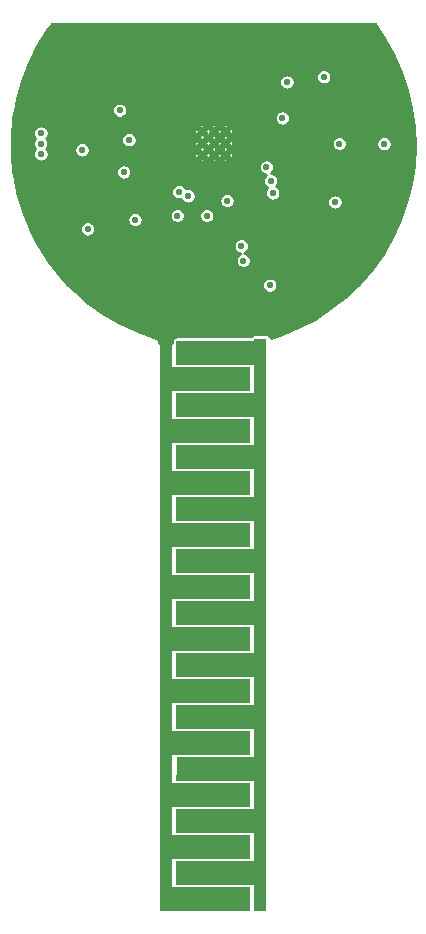
<source format=gbr>
G04 #@! TF.GenerationSoftware,KiCad,Pcbnew,5.1.9*
G04 #@! TF.CreationDate,2021-03-09T19:56:43+02:00*
G04 #@! TF.ProjectId,PlantBuddy,506c616e-7442-4756-9464-792e6b696361,rev?*
G04 #@! TF.SameCoordinates,Original*
G04 #@! TF.FileFunction,Copper,L2,Inr*
G04 #@! TF.FilePolarity,Positive*
%FSLAX46Y46*%
G04 Gerber Fmt 4.6, Leading zero omitted, Abs format (unit mm)*
G04 Created by KiCad (PCBNEW 5.1.9) date 2021-03-09 19:56:43*
%MOMM*%
%LPD*%
G01*
G04 APERTURE LIST*
G04 #@! TA.AperFunction,ComponentPad*
%ADD10C,0.500000*%
G04 #@! TD*
G04 #@! TA.AperFunction,ComponentPad*
%ADD11R,0.900000X0.500000*%
G04 #@! TD*
G04 #@! TA.AperFunction,ComponentPad*
%ADD12C,0.100000*%
G04 #@! TD*
G04 #@! TA.AperFunction,ViaPad*
%ADD13C,0.550000*%
G04 #@! TD*
G04 #@! TA.AperFunction,Conductor*
%ADD14C,0.250000*%
G04 #@! TD*
G04 #@! TA.AperFunction,Conductor*
%ADD15C,0.100000*%
G04 #@! TD*
G04 APERTURE END LIST*
D10*
X66760000Y-63333000D03*
X66760000Y-64333000D03*
X66760000Y-65333000D03*
X65760000Y-63333000D03*
X65760000Y-64333000D03*
X65760000Y-65333000D03*
X64760000Y-63333000D03*
X64760000Y-64333000D03*
X64760000Y-65333000D03*
D11*
X59070000Y-54400000D03*
G04 #@! TA.AperFunction,ComponentPad*
D12*
G36*
X70219241Y-80863496D02*
G01*
X70220179Y-80863781D01*
X70221044Y-80864243D01*
X70221802Y-80864864D01*
X70222423Y-80865622D01*
X70222885Y-80866487D01*
X70223170Y-80867425D01*
X70223266Y-80868400D01*
X70223266Y-129340066D01*
X70223170Y-129341041D01*
X70222885Y-129341979D01*
X70222423Y-129342844D01*
X70221802Y-129343602D01*
X70221044Y-129344223D01*
X70220179Y-129344685D01*
X70219241Y-129344970D01*
X70218266Y-129345066D01*
X69219199Y-129345066D01*
X69218224Y-129344970D01*
X69217286Y-129344685D01*
X69216421Y-129344223D01*
X69215663Y-129343602D01*
X69215042Y-129342844D01*
X69214580Y-129341979D01*
X69214295Y-129341041D01*
X69214199Y-129340066D01*
X69214199Y-127143733D01*
X62623666Y-127143733D01*
X62622691Y-127143637D01*
X62621753Y-127143352D01*
X62620888Y-127142890D01*
X62620130Y-127142269D01*
X62619509Y-127141511D01*
X62619047Y-127140646D01*
X62618762Y-127139708D01*
X62618666Y-127138733D01*
X62618666Y-125132133D01*
X62618762Y-125131158D01*
X62619047Y-125130220D01*
X62619509Y-125129355D01*
X62620130Y-125128597D01*
X62620888Y-125127976D01*
X62621753Y-125127514D01*
X62622691Y-125127229D01*
X62623666Y-125127133D01*
X69214249Y-125127133D01*
X69209975Y-122736830D01*
X65919313Y-122734705D01*
X62623663Y-122732578D01*
X62622687Y-122732481D01*
X62621750Y-122732196D01*
X62620885Y-122731734D01*
X62620128Y-122731111D01*
X62619507Y-122730353D01*
X62619045Y-122729488D01*
X62618761Y-122728550D01*
X62618666Y-122727578D01*
X62618666Y-120729466D01*
X62618762Y-120728491D01*
X62619047Y-120727553D01*
X62619509Y-120726688D01*
X62620130Y-120725930D01*
X62620888Y-120725309D01*
X62621753Y-120724847D01*
X62622691Y-120724562D01*
X62623666Y-120724466D01*
X69214199Y-120724466D01*
X69214199Y-118329933D01*
X62623597Y-118329933D01*
X62622622Y-118329837D01*
X62621684Y-118329552D01*
X62620819Y-118329090D01*
X62620061Y-118328469D01*
X62619440Y-118327711D01*
X62618978Y-118326846D01*
X62618693Y-118325908D01*
X62618597Y-118324922D01*
X62620748Y-117323739D01*
X62622900Y-116322555D01*
X62622998Y-116321580D01*
X62623285Y-116320643D01*
X62623749Y-116319779D01*
X62624372Y-116319023D01*
X62625131Y-116318403D01*
X62625997Y-116317943D01*
X62626935Y-116317660D01*
X62627897Y-116317566D01*
X65923547Y-116315439D01*
X69214199Y-116313314D01*
X69214199Y-113927266D01*
X62623666Y-113927266D01*
X62622691Y-113927170D01*
X62621753Y-113926885D01*
X62620888Y-113926423D01*
X62620130Y-113925802D01*
X62619509Y-113925044D01*
X62619047Y-113924179D01*
X62618762Y-113923241D01*
X62618666Y-113922266D01*
X62618666Y-111915666D01*
X62618762Y-111914691D01*
X62619047Y-111913753D01*
X62619509Y-111912888D01*
X62620130Y-111912130D01*
X62620888Y-111911509D01*
X62621753Y-111911047D01*
X62622691Y-111910762D01*
X62623666Y-111910666D01*
X69214199Y-111910666D01*
X69214199Y-109516133D01*
X62623666Y-109516133D01*
X62622691Y-109516037D01*
X62621753Y-109515752D01*
X62620888Y-109515290D01*
X62620130Y-109514669D01*
X62619509Y-109513911D01*
X62619047Y-109513046D01*
X62618762Y-109512108D01*
X62618666Y-109511133D01*
X62618666Y-107513021D01*
X62618762Y-107512046D01*
X62619047Y-107511108D01*
X62619509Y-107510243D01*
X62620130Y-107509485D01*
X62620888Y-107508864D01*
X62621753Y-107508402D01*
X62622691Y-107508117D01*
X62623663Y-107508021D01*
X65919313Y-107505894D01*
X69209975Y-107503769D01*
X69214249Y-105113466D01*
X62623666Y-105113466D01*
X62622691Y-105113370D01*
X62621753Y-105113085D01*
X62620888Y-105112623D01*
X62620130Y-105112002D01*
X62619509Y-105111244D01*
X62619047Y-105110379D01*
X62618762Y-105109441D01*
X62618666Y-105108466D01*
X62618666Y-103101866D01*
X62618762Y-103100891D01*
X62619047Y-103099953D01*
X62619509Y-103099088D01*
X62620130Y-103098330D01*
X62620888Y-103097709D01*
X62621753Y-103097247D01*
X62622691Y-103096962D01*
X62623666Y-103096866D01*
X69214199Y-103096866D01*
X69214199Y-100702333D01*
X62623666Y-100702333D01*
X62622691Y-100702237D01*
X62621753Y-100701952D01*
X62620888Y-100701490D01*
X62620130Y-100700869D01*
X62619509Y-100700111D01*
X62619047Y-100699246D01*
X62618762Y-100698308D01*
X62618666Y-100697333D01*
X62618666Y-98699200D01*
X62618762Y-98698225D01*
X62619047Y-98697287D01*
X62619509Y-98696422D01*
X62620130Y-98695664D01*
X62620888Y-98695043D01*
X62621753Y-98694581D01*
X62622691Y-98694296D01*
X62623666Y-98694200D01*
X69214199Y-98694200D01*
X69214199Y-96299666D01*
X62623666Y-96299666D01*
X62622691Y-96299570D01*
X62621753Y-96299285D01*
X62620888Y-96298823D01*
X62620130Y-96298202D01*
X62619509Y-96297444D01*
X62619047Y-96296579D01*
X62618762Y-96295641D01*
X62618666Y-96294666D01*
X62618666Y-94288066D01*
X62618762Y-94287091D01*
X62619047Y-94286153D01*
X62619509Y-94285288D01*
X62620130Y-94284530D01*
X62620888Y-94283909D01*
X62621753Y-94283447D01*
X62622691Y-94283162D01*
X62623666Y-94283066D01*
X69214199Y-94283066D01*
X69214199Y-91888533D01*
X62623666Y-91888533D01*
X62622691Y-91888437D01*
X62621753Y-91888152D01*
X62620888Y-91887690D01*
X62620130Y-91887069D01*
X62619509Y-91886311D01*
X62619047Y-91885446D01*
X62618762Y-91884508D01*
X62618666Y-91883533D01*
X62618666Y-89885400D01*
X62618762Y-89884425D01*
X62619047Y-89883487D01*
X62619509Y-89882622D01*
X62620130Y-89881864D01*
X62620888Y-89881243D01*
X62621753Y-89880781D01*
X62622691Y-89880496D01*
X62623666Y-89880400D01*
X69214199Y-89880400D01*
X69214199Y-87485866D01*
X62623666Y-87485866D01*
X62622691Y-87485770D01*
X62621753Y-87485485D01*
X62620888Y-87485023D01*
X62620130Y-87484402D01*
X62619509Y-87483644D01*
X62619047Y-87482779D01*
X62618762Y-87481841D01*
X62618666Y-87480866D01*
X62618666Y-85474266D01*
X62618762Y-85473291D01*
X62619047Y-85472353D01*
X62619509Y-85471488D01*
X62620130Y-85470730D01*
X62620888Y-85470109D01*
X62621753Y-85469647D01*
X62622691Y-85469362D01*
X62623666Y-85469266D01*
X69214199Y-85469266D01*
X69214199Y-83074733D01*
X62623666Y-83074733D01*
X62622691Y-83074637D01*
X62621753Y-83074352D01*
X62620888Y-83073890D01*
X62620130Y-83073269D01*
X62619509Y-83072511D01*
X62619047Y-83071646D01*
X62618762Y-83070708D01*
X62618666Y-83069733D01*
X62618666Y-81071600D01*
X62618762Y-81070625D01*
X62619047Y-81069687D01*
X62619509Y-81068822D01*
X62620130Y-81068064D01*
X62620888Y-81067443D01*
X62621753Y-81066981D01*
X62622691Y-81066696D01*
X62623666Y-81066600D01*
X69214199Y-81066600D01*
X69214199Y-80868400D01*
X69214295Y-80867425D01*
X69214580Y-80866487D01*
X69215042Y-80865622D01*
X69215663Y-80864864D01*
X69216421Y-80864243D01*
X69217286Y-80863781D01*
X69218224Y-80863496D01*
X69219199Y-80863400D01*
X70218266Y-80863400D01*
X70219241Y-80863496D01*
G37*
G04 #@! TD.AperFunction*
G04 #@! TA.AperFunction,ComponentPad*
G36*
X62218241Y-80863496D02*
G01*
X62219179Y-80863781D01*
X62220044Y-80864243D01*
X62220802Y-80864864D01*
X62221423Y-80865622D01*
X62221885Y-80866487D01*
X62222170Y-80867425D01*
X62222266Y-80868400D01*
X62222266Y-83267933D01*
X68812799Y-83267933D01*
X68813774Y-83268029D01*
X68814712Y-83268314D01*
X68815577Y-83268776D01*
X68816335Y-83269397D01*
X68816956Y-83270155D01*
X68817418Y-83271020D01*
X68817703Y-83271958D01*
X68817799Y-83272933D01*
X68817799Y-85279533D01*
X68817703Y-85280508D01*
X68817418Y-85281446D01*
X68816956Y-85282311D01*
X68816335Y-85283069D01*
X68815577Y-85283690D01*
X68814712Y-85284152D01*
X68813774Y-85284437D01*
X68812799Y-85284533D01*
X62222217Y-85284533D01*
X62224354Y-86479674D01*
X62226490Y-87674836D01*
X65517153Y-87676960D01*
X68812803Y-87679088D01*
X68813779Y-87679185D01*
X68814716Y-87679470D01*
X68815581Y-87679932D01*
X68816338Y-87680555D01*
X68816959Y-87681313D01*
X68817421Y-87682178D01*
X68817705Y-87683116D01*
X68817800Y-87684088D01*
X68817799Y-88683144D01*
X68817799Y-89682200D01*
X68817703Y-89683175D01*
X68817418Y-89684113D01*
X68816956Y-89684978D01*
X68816335Y-89685736D01*
X68815577Y-89686357D01*
X68814712Y-89686819D01*
X68813774Y-89687104D01*
X68812799Y-89687200D01*
X62222266Y-89687200D01*
X62222266Y-92081733D01*
X68812869Y-92081733D01*
X68813844Y-92081829D01*
X68814782Y-92082114D01*
X68815647Y-92082576D01*
X68816405Y-92083197D01*
X68817026Y-92083955D01*
X68817488Y-92084820D01*
X68817773Y-92085758D01*
X68817869Y-92086744D01*
X68815718Y-93087927D01*
X68813566Y-94089110D01*
X68813468Y-94090085D01*
X68813181Y-94091022D01*
X68812717Y-94091886D01*
X68812094Y-94092642D01*
X68811335Y-94093262D01*
X68810469Y-94093722D01*
X68809531Y-94094005D01*
X68808569Y-94094099D01*
X65512919Y-94096227D01*
X62222266Y-94098351D01*
X62222266Y-96484399D01*
X68812799Y-96484399D01*
X68813774Y-96484495D01*
X68814712Y-96484780D01*
X68815577Y-96485242D01*
X68816335Y-96485863D01*
X68816956Y-96486621D01*
X68817418Y-96487486D01*
X68817703Y-96488424D01*
X68817799Y-96489399D01*
X68817799Y-98496000D01*
X68817703Y-98496975D01*
X68817418Y-98497913D01*
X68816956Y-98498778D01*
X68816335Y-98499536D01*
X68815577Y-98500157D01*
X68814712Y-98500619D01*
X68813774Y-98500904D01*
X68812799Y-98501000D01*
X62222266Y-98501000D01*
X62222266Y-100895533D01*
X68812799Y-100895533D01*
X68813774Y-100895629D01*
X68814712Y-100895914D01*
X68815577Y-100896376D01*
X68816335Y-100896997D01*
X68816956Y-100897755D01*
X68817418Y-100898620D01*
X68817703Y-100899558D01*
X68817799Y-100900533D01*
X68817799Y-101899589D01*
X68817800Y-102898645D01*
X68817704Y-102899620D01*
X68817419Y-102900558D01*
X68816957Y-102901423D01*
X68816336Y-102902181D01*
X68815578Y-102902802D01*
X68814713Y-102903264D01*
X68813775Y-102903549D01*
X68812803Y-102903645D01*
X65517153Y-102905772D01*
X62226490Y-102907897D01*
X62224354Y-104103059D01*
X62222217Y-105298200D01*
X68812799Y-105298200D01*
X68813774Y-105298296D01*
X68814712Y-105298581D01*
X68815577Y-105299043D01*
X68816335Y-105299664D01*
X68816956Y-105300422D01*
X68817418Y-105301287D01*
X68817703Y-105302225D01*
X68817799Y-105303200D01*
X68817799Y-107309799D01*
X68817703Y-107310774D01*
X68817418Y-107311712D01*
X68816956Y-107312577D01*
X68816335Y-107313335D01*
X68815577Y-107313956D01*
X68814712Y-107314418D01*
X68813774Y-107314703D01*
X68812799Y-107314799D01*
X62222266Y-107314799D01*
X62222266Y-109709333D01*
X68812799Y-109709333D01*
X68813774Y-109709429D01*
X68814712Y-109709714D01*
X68815577Y-109710176D01*
X68816335Y-109710797D01*
X68816956Y-109711555D01*
X68817418Y-109712420D01*
X68817703Y-109713358D01*
X68817799Y-109714333D01*
X68817799Y-111712466D01*
X68817703Y-111713441D01*
X68817418Y-111714379D01*
X68816956Y-111715244D01*
X68816335Y-111716002D01*
X68815577Y-111716623D01*
X68814712Y-111717085D01*
X68813774Y-111717370D01*
X68812799Y-111717466D01*
X62222266Y-111717466D01*
X62222266Y-114111999D01*
X68812799Y-114111999D01*
X68813774Y-114112095D01*
X68814712Y-114112380D01*
X68815577Y-114112842D01*
X68816335Y-114113463D01*
X68816956Y-114114221D01*
X68817418Y-114115086D01*
X68817703Y-114116024D01*
X68817799Y-114116999D01*
X68817799Y-116123600D01*
X68817703Y-116124575D01*
X68817418Y-116125513D01*
X68816956Y-116126378D01*
X68816335Y-116127136D01*
X68815577Y-116127757D01*
X68814712Y-116128219D01*
X68813774Y-116128504D01*
X68812799Y-116128600D01*
X62222266Y-116128600D01*
X62222266Y-118523133D01*
X68812799Y-118523133D01*
X68813774Y-118523229D01*
X68814712Y-118523514D01*
X68815577Y-118523976D01*
X68816335Y-118524597D01*
X68816956Y-118525355D01*
X68817418Y-118526220D01*
X68817703Y-118527158D01*
X68817799Y-118528133D01*
X68817799Y-120526266D01*
X68817703Y-120527241D01*
X68817418Y-120528179D01*
X68816956Y-120529044D01*
X68816335Y-120529802D01*
X68815577Y-120530423D01*
X68814712Y-120530885D01*
X68813774Y-120531170D01*
X68812799Y-120531266D01*
X62222266Y-120531266D01*
X62222266Y-122925800D01*
X68812799Y-122925800D01*
X68813774Y-122925896D01*
X68814712Y-122926181D01*
X68815577Y-122926643D01*
X68816335Y-122927264D01*
X68816956Y-122928022D01*
X68817418Y-122928887D01*
X68817703Y-122929825D01*
X68817799Y-122930800D01*
X68817799Y-124937400D01*
X68817703Y-124938375D01*
X68817418Y-124939313D01*
X68816956Y-124940178D01*
X68816335Y-124940936D01*
X68815577Y-124941557D01*
X68814712Y-124942019D01*
X68813774Y-124942304D01*
X68812799Y-124942400D01*
X62222266Y-124942400D01*
X62222266Y-127336933D01*
X68812799Y-127336933D01*
X68813774Y-127337029D01*
X68814712Y-127337314D01*
X68815577Y-127337776D01*
X68816335Y-127338397D01*
X68816956Y-127339155D01*
X68817418Y-127340020D01*
X68817703Y-127340958D01*
X68817799Y-127341933D01*
X68817799Y-129340066D01*
X68817703Y-129341041D01*
X68817418Y-129341979D01*
X68816956Y-129342844D01*
X68816335Y-129343602D01*
X68815577Y-129344223D01*
X68814712Y-129344685D01*
X68813774Y-129344970D01*
X68812799Y-129345066D01*
X61218200Y-129345066D01*
X61217225Y-129344970D01*
X61216287Y-129344685D01*
X61215422Y-129344223D01*
X61214664Y-129343602D01*
X61214043Y-129342844D01*
X61213581Y-129341979D01*
X61213296Y-129341041D01*
X61213200Y-129340066D01*
X61213200Y-80868400D01*
X61213296Y-80867425D01*
X61213581Y-80866487D01*
X61214043Y-80865622D01*
X61214664Y-80864864D01*
X61215422Y-80864243D01*
X61216287Y-80863781D01*
X61217225Y-80863496D01*
X61218200Y-80863400D01*
X62217266Y-80863400D01*
X62218241Y-80863496D01*
G37*
G04 #@! TD.AperFunction*
D13*
X51140000Y-65242000D03*
X51140000Y-63464000D03*
X54620000Y-64890000D03*
X51120000Y-64350000D03*
X58586724Y-64045090D03*
X57800000Y-61540000D03*
X70761500Y-68544000D03*
X70507500Y-76354500D03*
X66896765Y-69187765D03*
X62824000Y-68431621D03*
X62697000Y-70449000D03*
X70587438Y-67491118D03*
X76032000Y-69306000D03*
X71587000Y-62194000D03*
X76413000Y-64353000D03*
X80190000Y-64370000D03*
X71968000Y-59146000D03*
X75088265Y-58692735D03*
X68100000Y-73008800D03*
X65178800Y-70450000D03*
X59110000Y-70790000D03*
X55090000Y-71580000D03*
X77556000Y-76037000D03*
X76413000Y-77053000D03*
X79940000Y-55910000D03*
X80752629Y-57444113D03*
X56390000Y-57670000D03*
X58575000Y-64795000D03*
X69682000Y-58384000D03*
X81876359Y-60724310D03*
X82250000Y-62430000D03*
X82293541Y-64166464D03*
X82260000Y-65901359D03*
X81985944Y-67620135D03*
X81563322Y-69303958D03*
X80967009Y-70934381D03*
X80203536Y-72493541D03*
X79450000Y-73790000D03*
X74230000Y-78660000D03*
X72695887Y-79472629D03*
X71085234Y-80120448D03*
X60836042Y-80283322D03*
X59205619Y-79687009D03*
X57646459Y-78923536D03*
X56175644Y-78001270D03*
X54809291Y-76930313D03*
X53562367Y-75722401D03*
X52448536Y-74390767D03*
X51480000Y-72950000D03*
X50667371Y-71415887D03*
X50019552Y-69805234D03*
X49543641Y-68135690D03*
X49434056Y-61239865D03*
X49856678Y-59556042D03*
X50452991Y-57925619D03*
X51216464Y-56366459D03*
X52500000Y-55100000D03*
X79200000Y-55100000D03*
X78550000Y-55100000D03*
X77900000Y-55100000D03*
X77250000Y-55100000D03*
X76600000Y-55100000D03*
X75950000Y-55100000D03*
X75300000Y-55100000D03*
X74650000Y-55100000D03*
X74000000Y-55100000D03*
X73350000Y-55100000D03*
X72700000Y-55100000D03*
X72050000Y-55100000D03*
X71400000Y-55100000D03*
X70750000Y-55100000D03*
X70100000Y-55100000D03*
X69450000Y-55100000D03*
X68800000Y-55100000D03*
X68150000Y-55100000D03*
X67500000Y-55100000D03*
X66850000Y-55100000D03*
X66200000Y-55100000D03*
X65550000Y-55100000D03*
X64900000Y-55100000D03*
X64250000Y-55100000D03*
X63600000Y-55100000D03*
X62950000Y-55100000D03*
X62000000Y-55200000D03*
X59050000Y-55100000D03*
X58400000Y-55100000D03*
X57750000Y-55100000D03*
X57100000Y-55100000D03*
X56450000Y-55100000D03*
X55800000Y-55100000D03*
X55150000Y-55100000D03*
X54500000Y-55100000D03*
X53850000Y-55100000D03*
X53200000Y-55100000D03*
X60200000Y-55200000D03*
X78890000Y-54520000D03*
X78240000Y-54520000D03*
X77590000Y-54520000D03*
X76940000Y-54520000D03*
X76290000Y-54520000D03*
X75640000Y-54520000D03*
X74990000Y-54520000D03*
X74340000Y-54520000D03*
X73690000Y-54520000D03*
X73040000Y-54520000D03*
X72390000Y-54520000D03*
X71740000Y-54520000D03*
X71090000Y-54520000D03*
X70440000Y-54520000D03*
X69790000Y-54520000D03*
X69140000Y-54520000D03*
X68490000Y-54520000D03*
X67840000Y-54520000D03*
X67190000Y-54520000D03*
X66540000Y-54520000D03*
X65890000Y-54520000D03*
X65240000Y-54520000D03*
X64590000Y-54520000D03*
X63940000Y-54520000D03*
X63290000Y-54520000D03*
X62640000Y-54520000D03*
X62030000Y-54520000D03*
X60210000Y-54510000D03*
X58090000Y-54520000D03*
X57440000Y-54520000D03*
X56790000Y-54520000D03*
X56140000Y-54520000D03*
X55490000Y-54520000D03*
X54840000Y-54520000D03*
X54190000Y-54520000D03*
X53540000Y-54520000D03*
X52890000Y-54520000D03*
X49040000Y-62970000D03*
X48950000Y-64430000D03*
X49080000Y-66310000D03*
X56180000Y-67200000D03*
X58260000Y-67780000D03*
X52990000Y-73390000D03*
X61680000Y-60266379D03*
X59570000Y-63710000D03*
X63400000Y-59190000D03*
X62570000Y-74640000D03*
X66380000Y-75910000D03*
X67650000Y-75910000D03*
X65110000Y-75910000D03*
X63840000Y-75910000D03*
X62570000Y-75910000D03*
X61300000Y-74640000D03*
X61300000Y-75910000D03*
X61300000Y-77180000D03*
X70190000Y-78450000D03*
X71460000Y-78450000D03*
X75270000Y-72544500D03*
X72730000Y-77180000D03*
X71460000Y-77180000D03*
X71460000Y-75910000D03*
X72730000Y-75910000D03*
X71460000Y-74640000D03*
X70190000Y-77180000D03*
X78191000Y-59400000D03*
X78191000Y-60670000D03*
X78064000Y-61940000D03*
X78064000Y-63210000D03*
X77810000Y-64480000D03*
X52410000Y-59400000D03*
X54950000Y-59400000D03*
X53680000Y-59400000D03*
X53680000Y-60670000D03*
X52410000Y-60670000D03*
X54950000Y-60670000D03*
X53680000Y-61940000D03*
X52410000Y-67020000D03*
X51140000Y-68290000D03*
X69047000Y-70512500D03*
X64090000Y-71870000D03*
X77048000Y-68290000D03*
X70952000Y-58384000D03*
X65364000Y-56098000D03*
X67904000Y-57368000D03*
X65364000Y-57368000D03*
X66634000Y-57368000D03*
X66634000Y-56098000D03*
X67904000Y-56098000D03*
X75270000Y-73751000D03*
X74000000Y-73751000D03*
X74000000Y-71084000D03*
X69682000Y-57368000D03*
X70952000Y-57368000D03*
X72222000Y-57368000D03*
X70952000Y-56098000D03*
X72222000Y-56098000D03*
X69682000Y-56098000D03*
X79461000Y-59400000D03*
X79461000Y-60670000D03*
X81400448Y-59054766D03*
X75397000Y-77942000D03*
X78572000Y-74894000D03*
X58140000Y-66760000D03*
X63586000Y-68784030D03*
X68285000Y-74259000D03*
X70235733Y-66339781D03*
D14*
X80195461Y-55384784D02*
X80982554Y-56787280D01*
X81634167Y-58257622D01*
X82144517Y-59782757D01*
X82509075Y-61349163D01*
X82724603Y-62942914D01*
X82789190Y-64549883D01*
X82702260Y-66155792D01*
X82464585Y-67746406D01*
X82078278Y-69307581D01*
X81546766Y-70825471D01*
X80874766Y-72286610D01*
X80068238Y-73678030D01*
X79134356Y-74987359D01*
X78081389Y-76203003D01*
X76918696Y-77314157D01*
X75656599Y-78310956D01*
X74306290Y-79184561D01*
X72879766Y-79927213D01*
X71385173Y-80534151D01*
X70594406Y-80791111D01*
X70587556Y-80756711D01*
X70587271Y-80755773D01*
X70558807Y-80687069D01*
X70558345Y-80686204D01*
X70517016Y-80624273D01*
X70516395Y-80623515D01*
X70463151Y-80570271D01*
X70462393Y-80569650D01*
X70400462Y-80528321D01*
X70399597Y-80527859D01*
X70330893Y-80499395D01*
X70329955Y-80499110D01*
X70256558Y-80484495D01*
X70255583Y-80484399D01*
X70218266Y-80482566D01*
X69219199Y-80482566D01*
X69181882Y-80484399D01*
X69180907Y-80484495D01*
X69107510Y-80499110D01*
X69106572Y-80499395D01*
X69037868Y-80527859D01*
X69037003Y-80528321D01*
X68975072Y-80569650D01*
X68974314Y-80570271D01*
X68921070Y-80623515D01*
X68920449Y-80624273D01*
X68879412Y-80685766D01*
X62623666Y-80685766D01*
X62586349Y-80687599D01*
X62585374Y-80687695D01*
X62511977Y-80702310D01*
X62511039Y-80702595D01*
X62442335Y-80731059D01*
X62441470Y-80731521D01*
X62379539Y-80772850D01*
X62378781Y-80773471D01*
X62325537Y-80826715D01*
X62324916Y-80827473D01*
X62283587Y-80889404D01*
X62283125Y-80890269D01*
X62254661Y-80958973D01*
X62254376Y-80959911D01*
X62239761Y-81033308D01*
X62239665Y-81034283D01*
X62237832Y-81071600D01*
X62237832Y-81215000D01*
X61148643Y-81215000D01*
X61148876Y-81211671D01*
X61147888Y-81171267D01*
X61143704Y-81136184D01*
X61141872Y-81117581D01*
X61135951Y-81098064D01*
X61134560Y-81091629D01*
X61122337Y-81053104D01*
X61122252Y-81052903D01*
X61117341Y-81036715D01*
X61107812Y-81018888D01*
X61106544Y-81015900D01*
X61087319Y-80980347D01*
X61086788Y-80979555D01*
X61077506Y-80962188D01*
X61063151Y-80944696D01*
X61039289Y-80915441D01*
X61038412Y-80914551D01*
X61023896Y-80896864D01*
X60985976Y-80865745D01*
X60979946Y-80860685D01*
X60979100Y-80860101D01*
X60958571Y-80843254D01*
X60912226Y-80818482D01*
X60911395Y-80818018D01*
X60911179Y-80817923D01*
X60884044Y-80803419D01*
X60853333Y-80794103D01*
X59324780Y-80258857D01*
X57863641Y-79586857D01*
X56472221Y-78780329D01*
X55162892Y-77846447D01*
X53947248Y-76793480D01*
X53466170Y-76290087D01*
X69853500Y-76290087D01*
X69853500Y-76418913D01*
X69878633Y-76545265D01*
X69927933Y-76664285D01*
X69999505Y-76771400D01*
X70090600Y-76862495D01*
X70197715Y-76934067D01*
X70316735Y-76983367D01*
X70443087Y-77008500D01*
X70571913Y-77008500D01*
X70698265Y-76983367D01*
X70817285Y-76934067D01*
X70924400Y-76862495D01*
X71015495Y-76771400D01*
X71087067Y-76664285D01*
X71136367Y-76545265D01*
X71161500Y-76418913D01*
X71161500Y-76290087D01*
X71136367Y-76163735D01*
X71087067Y-76044715D01*
X71015495Y-75937600D01*
X70924400Y-75846505D01*
X70817285Y-75774933D01*
X70698265Y-75725633D01*
X70571913Y-75700500D01*
X70443087Y-75700500D01*
X70316735Y-75725633D01*
X70197715Y-75774933D01*
X70090600Y-75846505D01*
X69999505Y-75937600D01*
X69927933Y-76044715D01*
X69878633Y-76163735D01*
X69853500Y-76290087D01*
X53466170Y-76290087D01*
X52836094Y-75630787D01*
X51839295Y-74368690D01*
X50965690Y-73018381D01*
X50927169Y-72944387D01*
X67446000Y-72944387D01*
X67446000Y-73073213D01*
X67471133Y-73199565D01*
X67520433Y-73318585D01*
X67592005Y-73425700D01*
X67683100Y-73516795D01*
X67790215Y-73588367D01*
X67909235Y-73637667D01*
X68021929Y-73660083D01*
X67975215Y-73679433D01*
X67868100Y-73751005D01*
X67777005Y-73842100D01*
X67705433Y-73949215D01*
X67656133Y-74068235D01*
X67631000Y-74194587D01*
X67631000Y-74323413D01*
X67656133Y-74449765D01*
X67705433Y-74568785D01*
X67777005Y-74675900D01*
X67868100Y-74766995D01*
X67975215Y-74838567D01*
X68094235Y-74887867D01*
X68220587Y-74913000D01*
X68349413Y-74913000D01*
X68475765Y-74887867D01*
X68594785Y-74838567D01*
X68701900Y-74766995D01*
X68792995Y-74675900D01*
X68864567Y-74568785D01*
X68913867Y-74449765D01*
X68939000Y-74323413D01*
X68939000Y-74194587D01*
X68913867Y-74068235D01*
X68864567Y-73949215D01*
X68792995Y-73842100D01*
X68701900Y-73751005D01*
X68594785Y-73679433D01*
X68475765Y-73630133D01*
X68363071Y-73607717D01*
X68409785Y-73588367D01*
X68516900Y-73516795D01*
X68607995Y-73425700D01*
X68679567Y-73318585D01*
X68728867Y-73199565D01*
X68754000Y-73073213D01*
X68754000Y-72944387D01*
X68728867Y-72818035D01*
X68679567Y-72699015D01*
X68607995Y-72591900D01*
X68516900Y-72500805D01*
X68409785Y-72429233D01*
X68290765Y-72379933D01*
X68164413Y-72354800D01*
X68035587Y-72354800D01*
X67909235Y-72379933D01*
X67790215Y-72429233D01*
X67683100Y-72500805D01*
X67592005Y-72591900D01*
X67520433Y-72699015D01*
X67471133Y-72818035D01*
X67446000Y-72944387D01*
X50927169Y-72944387D01*
X50223038Y-71591857D01*
X50192066Y-71515587D01*
X54436000Y-71515587D01*
X54436000Y-71644413D01*
X54461133Y-71770765D01*
X54510433Y-71889785D01*
X54582005Y-71996900D01*
X54673100Y-72087995D01*
X54780215Y-72159567D01*
X54899235Y-72208867D01*
X55025587Y-72234000D01*
X55154413Y-72234000D01*
X55280765Y-72208867D01*
X55399785Y-72159567D01*
X55506900Y-72087995D01*
X55597995Y-71996900D01*
X55669567Y-71889785D01*
X55718867Y-71770765D01*
X55744000Y-71644413D01*
X55744000Y-71515587D01*
X55718867Y-71389235D01*
X55669567Y-71270215D01*
X55597995Y-71163100D01*
X55506900Y-71072005D01*
X55399785Y-71000433D01*
X55280765Y-70951133D01*
X55154413Y-70926000D01*
X55025587Y-70926000D01*
X54899235Y-70951133D01*
X54780215Y-71000433D01*
X54673100Y-71072005D01*
X54582005Y-71163100D01*
X54510433Y-71270215D01*
X54461133Y-71389235D01*
X54436000Y-71515587D01*
X50192066Y-71515587D01*
X49871256Y-70725587D01*
X58456000Y-70725587D01*
X58456000Y-70854413D01*
X58481133Y-70980765D01*
X58530433Y-71099785D01*
X58602005Y-71206900D01*
X58693100Y-71297995D01*
X58800215Y-71369567D01*
X58919235Y-71418867D01*
X59045587Y-71444000D01*
X59174413Y-71444000D01*
X59300765Y-71418867D01*
X59419785Y-71369567D01*
X59526900Y-71297995D01*
X59617995Y-71206900D01*
X59689567Y-71099785D01*
X59738867Y-70980765D01*
X59764000Y-70854413D01*
X59764000Y-70725587D01*
X59738867Y-70599235D01*
X59689567Y-70480215D01*
X59625671Y-70384587D01*
X62043000Y-70384587D01*
X62043000Y-70513413D01*
X62068133Y-70639765D01*
X62117433Y-70758785D01*
X62189005Y-70865900D01*
X62280100Y-70956995D01*
X62387215Y-71028567D01*
X62506235Y-71077867D01*
X62632587Y-71103000D01*
X62761413Y-71103000D01*
X62887765Y-71077867D01*
X63006785Y-71028567D01*
X63113900Y-70956995D01*
X63204995Y-70865900D01*
X63276567Y-70758785D01*
X63325867Y-70639765D01*
X63351000Y-70513413D01*
X63351000Y-70385587D01*
X64524800Y-70385587D01*
X64524800Y-70514413D01*
X64549933Y-70640765D01*
X64599233Y-70759785D01*
X64670805Y-70866900D01*
X64761900Y-70957995D01*
X64869015Y-71029567D01*
X64988035Y-71078867D01*
X65114387Y-71104000D01*
X65243213Y-71104000D01*
X65369565Y-71078867D01*
X65488585Y-71029567D01*
X65595700Y-70957995D01*
X65686795Y-70866900D01*
X65758367Y-70759785D01*
X65807667Y-70640765D01*
X65832800Y-70514413D01*
X65832800Y-70385587D01*
X65807667Y-70259235D01*
X65758367Y-70140215D01*
X65686795Y-70033100D01*
X65595700Y-69942005D01*
X65488585Y-69870433D01*
X65369565Y-69821133D01*
X65243213Y-69796000D01*
X65114387Y-69796000D01*
X64988035Y-69821133D01*
X64869015Y-69870433D01*
X64761900Y-69942005D01*
X64670805Y-70033100D01*
X64599233Y-70140215D01*
X64549933Y-70259235D01*
X64524800Y-70385587D01*
X63351000Y-70385587D01*
X63351000Y-70384587D01*
X63325867Y-70258235D01*
X63276567Y-70139215D01*
X63204995Y-70032100D01*
X63113900Y-69941005D01*
X63006785Y-69869433D01*
X62887765Y-69820133D01*
X62761413Y-69795000D01*
X62632587Y-69795000D01*
X62506235Y-69820133D01*
X62387215Y-69869433D01*
X62280100Y-69941005D01*
X62189005Y-70032100D01*
X62117433Y-70139215D01*
X62068133Y-70258235D01*
X62043000Y-70384587D01*
X59625671Y-70384587D01*
X59617995Y-70373100D01*
X59526900Y-70282005D01*
X59419785Y-70210433D01*
X59300765Y-70161133D01*
X59174413Y-70136000D01*
X59045587Y-70136000D01*
X58919235Y-70161133D01*
X58800215Y-70210433D01*
X58693100Y-70282005D01*
X58602005Y-70373100D01*
X58530433Y-70480215D01*
X58481133Y-70599235D01*
X58456000Y-70725587D01*
X49871256Y-70725587D01*
X49617930Y-70101769D01*
X49155736Y-68561352D01*
X49116937Y-68367208D01*
X62170000Y-68367208D01*
X62170000Y-68496034D01*
X62195133Y-68622386D01*
X62244433Y-68741406D01*
X62316005Y-68848521D01*
X62407100Y-68939616D01*
X62514215Y-69011188D01*
X62633235Y-69060488D01*
X62759587Y-69085621D01*
X62888413Y-69085621D01*
X62994313Y-69064556D01*
X63006433Y-69093815D01*
X63078005Y-69200930D01*
X63169100Y-69292025D01*
X63276215Y-69363597D01*
X63395235Y-69412897D01*
X63521587Y-69438030D01*
X63650413Y-69438030D01*
X63776765Y-69412897D01*
X63895785Y-69363597D01*
X64002900Y-69292025D01*
X64093995Y-69200930D01*
X64145830Y-69123352D01*
X66242765Y-69123352D01*
X66242765Y-69252178D01*
X66267898Y-69378530D01*
X66317198Y-69497550D01*
X66388770Y-69604665D01*
X66479865Y-69695760D01*
X66586980Y-69767332D01*
X66706000Y-69816632D01*
X66832352Y-69841765D01*
X66961178Y-69841765D01*
X67087530Y-69816632D01*
X67206550Y-69767332D01*
X67313665Y-69695760D01*
X67404760Y-69604665D01*
X67476332Y-69497550D01*
X67525632Y-69378530D01*
X67550765Y-69252178D01*
X67550765Y-69241587D01*
X75378000Y-69241587D01*
X75378000Y-69370413D01*
X75403133Y-69496765D01*
X75452433Y-69615785D01*
X75524005Y-69722900D01*
X75615100Y-69813995D01*
X75722215Y-69885567D01*
X75841235Y-69934867D01*
X75967587Y-69960000D01*
X76096413Y-69960000D01*
X76222765Y-69934867D01*
X76341785Y-69885567D01*
X76448900Y-69813995D01*
X76539995Y-69722900D01*
X76611567Y-69615785D01*
X76660867Y-69496765D01*
X76686000Y-69370413D01*
X76686000Y-69241587D01*
X76660867Y-69115235D01*
X76611567Y-68996215D01*
X76539995Y-68889100D01*
X76448900Y-68798005D01*
X76341785Y-68726433D01*
X76222765Y-68677133D01*
X76096413Y-68652000D01*
X75967587Y-68652000D01*
X75841235Y-68677133D01*
X75722215Y-68726433D01*
X75615100Y-68798005D01*
X75524005Y-68889100D01*
X75452433Y-68996215D01*
X75403133Y-69115235D01*
X75378000Y-69241587D01*
X67550765Y-69241587D01*
X67550765Y-69123352D01*
X67525632Y-68997000D01*
X67476332Y-68877980D01*
X67404760Y-68770865D01*
X67313665Y-68679770D01*
X67206550Y-68608198D01*
X67087530Y-68558898D01*
X66961178Y-68533765D01*
X66832352Y-68533765D01*
X66706000Y-68558898D01*
X66586980Y-68608198D01*
X66479865Y-68679770D01*
X66388770Y-68770865D01*
X66317198Y-68877980D01*
X66267898Y-68997000D01*
X66242765Y-69123352D01*
X64145830Y-69123352D01*
X64165567Y-69093815D01*
X64214867Y-68974795D01*
X64240000Y-68848443D01*
X64240000Y-68719617D01*
X64214867Y-68593265D01*
X64165567Y-68474245D01*
X64093995Y-68367130D01*
X64002900Y-68276035D01*
X63895785Y-68204463D01*
X63776765Y-68155163D01*
X63650413Y-68130030D01*
X63521587Y-68130030D01*
X63415687Y-68151095D01*
X63403567Y-68121836D01*
X63331995Y-68014721D01*
X63240900Y-67923626D01*
X63133785Y-67852054D01*
X63014765Y-67802754D01*
X62888413Y-67777621D01*
X62759587Y-67777621D01*
X62633235Y-67802754D01*
X62514215Y-67852054D01*
X62407100Y-67923626D01*
X62316005Y-68014721D01*
X62244433Y-68121836D01*
X62195133Y-68240856D01*
X62170000Y-68367208D01*
X49116937Y-68367208D01*
X48840561Y-66984276D01*
X48810721Y-66695587D01*
X57486000Y-66695587D01*
X57486000Y-66824413D01*
X57511133Y-66950765D01*
X57560433Y-67069785D01*
X57632005Y-67176900D01*
X57723100Y-67267995D01*
X57830215Y-67339567D01*
X57949235Y-67388867D01*
X58075587Y-67414000D01*
X58204413Y-67414000D01*
X58330765Y-67388867D01*
X58449785Y-67339567D01*
X58556900Y-67267995D01*
X58647995Y-67176900D01*
X58719567Y-67069785D01*
X58768867Y-66950765D01*
X58794000Y-66824413D01*
X58794000Y-66695587D01*
X58768867Y-66569235D01*
X58719567Y-66450215D01*
X58647995Y-66343100D01*
X58580263Y-66275368D01*
X69581733Y-66275368D01*
X69581733Y-66404194D01*
X69606866Y-66530546D01*
X69656166Y-66649566D01*
X69727738Y-66756681D01*
X69818833Y-66847776D01*
X69925948Y-66919348D01*
X70044968Y-66968648D01*
X70161778Y-66991883D01*
X70079443Y-67074218D01*
X70007871Y-67181333D01*
X69958571Y-67300353D01*
X69933438Y-67426705D01*
X69933438Y-67555531D01*
X69958571Y-67681883D01*
X70007871Y-67800903D01*
X70079443Y-67908018D01*
X70170538Y-67999113D01*
X70277653Y-68070685D01*
X70300469Y-68080136D01*
X70253505Y-68127100D01*
X70181933Y-68234215D01*
X70132633Y-68353235D01*
X70107500Y-68479587D01*
X70107500Y-68608413D01*
X70132633Y-68734765D01*
X70181933Y-68853785D01*
X70253505Y-68960900D01*
X70344600Y-69051995D01*
X70451715Y-69123567D01*
X70570735Y-69172867D01*
X70697087Y-69198000D01*
X70825913Y-69198000D01*
X70952265Y-69172867D01*
X71071285Y-69123567D01*
X71178400Y-69051995D01*
X71269495Y-68960900D01*
X71341067Y-68853785D01*
X71390367Y-68734765D01*
X71415500Y-68608413D01*
X71415500Y-68479587D01*
X71390367Y-68353235D01*
X71341067Y-68234215D01*
X71269495Y-68127100D01*
X71178400Y-68036005D01*
X71071285Y-67964433D01*
X71048469Y-67954982D01*
X71095433Y-67908018D01*
X71167005Y-67800903D01*
X71216305Y-67681883D01*
X71241438Y-67555531D01*
X71241438Y-67426705D01*
X71216305Y-67300353D01*
X71167005Y-67181333D01*
X71095433Y-67074218D01*
X71004338Y-66983123D01*
X70897223Y-66911551D01*
X70778203Y-66862251D01*
X70661393Y-66839016D01*
X70743728Y-66756681D01*
X70815300Y-66649566D01*
X70864600Y-66530546D01*
X70889733Y-66404194D01*
X70889733Y-66275368D01*
X70864600Y-66149016D01*
X70815300Y-66029996D01*
X70743728Y-65922881D01*
X70652633Y-65831786D01*
X70545518Y-65760214D01*
X70426498Y-65710914D01*
X70300146Y-65685781D01*
X70171320Y-65685781D01*
X70044968Y-65710914D01*
X69925948Y-65760214D01*
X69818833Y-65831786D01*
X69727738Y-65922881D01*
X69656166Y-66029996D01*
X69606866Y-66149016D01*
X69581733Y-66275368D01*
X58580263Y-66275368D01*
X58556900Y-66252005D01*
X58449785Y-66180433D01*
X58330765Y-66131133D01*
X58204413Y-66106000D01*
X58075587Y-66106000D01*
X57949235Y-66131133D01*
X57830215Y-66180433D01*
X57723100Y-66252005D01*
X57632005Y-66343100D01*
X57560433Y-66450215D01*
X57511133Y-66569235D01*
X57486000Y-66695587D01*
X48810721Y-66695587D01*
X48675201Y-65384541D01*
X48665581Y-64285587D01*
X50466000Y-64285587D01*
X50466000Y-64414413D01*
X50491133Y-64540765D01*
X50540433Y-64659785D01*
X50612005Y-64766900D01*
X50651105Y-64806000D01*
X50632005Y-64825100D01*
X50560433Y-64932215D01*
X50511133Y-65051235D01*
X50486000Y-65177587D01*
X50486000Y-65306413D01*
X50511133Y-65432765D01*
X50560433Y-65551785D01*
X50632005Y-65658900D01*
X50723100Y-65749995D01*
X50830215Y-65821567D01*
X50949235Y-65870867D01*
X51075587Y-65896000D01*
X51204413Y-65896000D01*
X51330765Y-65870867D01*
X51449785Y-65821567D01*
X51495700Y-65790887D01*
X64478890Y-65790887D01*
X64496959Y-65907707D01*
X64614133Y-65947980D01*
X64736913Y-65964620D01*
X64860580Y-65956989D01*
X64980380Y-65925377D01*
X65023041Y-65907707D01*
X65041110Y-65790887D01*
X65478890Y-65790887D01*
X65496959Y-65907707D01*
X65614133Y-65947980D01*
X65736913Y-65964620D01*
X65860580Y-65956989D01*
X65980380Y-65925377D01*
X66023041Y-65907707D01*
X66041110Y-65790887D01*
X66478890Y-65790887D01*
X66496959Y-65907707D01*
X66614133Y-65947980D01*
X66736913Y-65964620D01*
X66860580Y-65956989D01*
X66980380Y-65925377D01*
X67023041Y-65907707D01*
X67041110Y-65790887D01*
X66760000Y-65509777D01*
X66478890Y-65790887D01*
X66041110Y-65790887D01*
X65760000Y-65509777D01*
X65478890Y-65790887D01*
X65041110Y-65790887D01*
X64760000Y-65509777D01*
X64478890Y-65790887D01*
X51495700Y-65790887D01*
X51556900Y-65749995D01*
X51647995Y-65658900D01*
X51719567Y-65551785D01*
X51768867Y-65432765D01*
X51794000Y-65306413D01*
X51794000Y-65177587D01*
X51768867Y-65051235D01*
X51719567Y-64932215D01*
X51648321Y-64825587D01*
X53966000Y-64825587D01*
X53966000Y-64954413D01*
X53991133Y-65080765D01*
X54040433Y-65199785D01*
X54112005Y-65306900D01*
X54203100Y-65397995D01*
X54310215Y-65469567D01*
X54429235Y-65518867D01*
X54555587Y-65544000D01*
X54684413Y-65544000D01*
X54810765Y-65518867D01*
X54929785Y-65469567D01*
X55036900Y-65397995D01*
X55124982Y-65309913D01*
X64128380Y-65309913D01*
X64136011Y-65433580D01*
X64167623Y-65553380D01*
X64185293Y-65596041D01*
X64302113Y-65614110D01*
X64583223Y-65333000D01*
X64936777Y-65333000D01*
X65175023Y-65571246D01*
X65185293Y-65596041D01*
X65202476Y-65598699D01*
X65217887Y-65614110D01*
X65260000Y-65607596D01*
X65302113Y-65614110D01*
X65317524Y-65598699D01*
X65334707Y-65596041D01*
X65342314Y-65573909D01*
X65583223Y-65333000D01*
X65936777Y-65333000D01*
X66175023Y-65571246D01*
X66185293Y-65596041D01*
X66202476Y-65598699D01*
X66217887Y-65614110D01*
X66260000Y-65607596D01*
X66302113Y-65614110D01*
X66317524Y-65598699D01*
X66334707Y-65596041D01*
X66342314Y-65573909D01*
X66583223Y-65333000D01*
X66936777Y-65333000D01*
X67217887Y-65614110D01*
X67334707Y-65596041D01*
X67374980Y-65478867D01*
X67391620Y-65356087D01*
X67383989Y-65232420D01*
X67352377Y-65112620D01*
X67334707Y-65069959D01*
X67217887Y-65051890D01*
X66936777Y-65333000D01*
X66583223Y-65333000D01*
X66344977Y-65094754D01*
X66334707Y-65069959D01*
X66317524Y-65067301D01*
X66302113Y-65051890D01*
X66260000Y-65058404D01*
X66217887Y-65051890D01*
X66202476Y-65067301D01*
X66185293Y-65069959D01*
X66177686Y-65092091D01*
X65936777Y-65333000D01*
X65583223Y-65333000D01*
X65344977Y-65094754D01*
X65334707Y-65069959D01*
X65317524Y-65067301D01*
X65302113Y-65051890D01*
X65260000Y-65058404D01*
X65217887Y-65051890D01*
X65202476Y-65067301D01*
X65185293Y-65069959D01*
X65177686Y-65092091D01*
X64936777Y-65333000D01*
X64583223Y-65333000D01*
X64302113Y-65051890D01*
X64185293Y-65069959D01*
X64145020Y-65187133D01*
X64128380Y-65309913D01*
X55124982Y-65309913D01*
X55127995Y-65306900D01*
X55199567Y-65199785D01*
X55248867Y-65080765D01*
X55274000Y-64954413D01*
X55274000Y-64825587D01*
X55267098Y-64790887D01*
X64478890Y-64790887D01*
X64485404Y-64833000D01*
X64478890Y-64875113D01*
X64494301Y-64890524D01*
X64496959Y-64907707D01*
X64519091Y-64915314D01*
X64760000Y-65156223D01*
X64998246Y-64917977D01*
X65023041Y-64907707D01*
X65025699Y-64890524D01*
X65041110Y-64875113D01*
X65034596Y-64833000D01*
X65041110Y-64790887D01*
X65478890Y-64790887D01*
X65485404Y-64833000D01*
X65478890Y-64875113D01*
X65494301Y-64890524D01*
X65496959Y-64907707D01*
X65519091Y-64915314D01*
X65760000Y-65156223D01*
X65998246Y-64917977D01*
X66023041Y-64907707D01*
X66025699Y-64890524D01*
X66041110Y-64875113D01*
X66034596Y-64833000D01*
X66041110Y-64790887D01*
X66478890Y-64790887D01*
X66485404Y-64833000D01*
X66478890Y-64875113D01*
X66494301Y-64890524D01*
X66496959Y-64907707D01*
X66519091Y-64915314D01*
X66760000Y-65156223D01*
X66998246Y-64917977D01*
X67023041Y-64907707D01*
X67025699Y-64890524D01*
X67041110Y-64875113D01*
X67034596Y-64833000D01*
X67041110Y-64790887D01*
X67025699Y-64775476D01*
X67023041Y-64758293D01*
X67000909Y-64750686D01*
X66760000Y-64509777D01*
X66521754Y-64748023D01*
X66496959Y-64758293D01*
X66494301Y-64775476D01*
X66478890Y-64790887D01*
X66041110Y-64790887D01*
X66025699Y-64775476D01*
X66023041Y-64758293D01*
X66000909Y-64750686D01*
X65760000Y-64509777D01*
X65521754Y-64748023D01*
X65496959Y-64758293D01*
X65494301Y-64775476D01*
X65478890Y-64790887D01*
X65041110Y-64790887D01*
X65025699Y-64775476D01*
X65023041Y-64758293D01*
X65000909Y-64750686D01*
X64760000Y-64509777D01*
X64521754Y-64748023D01*
X64496959Y-64758293D01*
X64494301Y-64775476D01*
X64478890Y-64790887D01*
X55267098Y-64790887D01*
X55248867Y-64699235D01*
X55199567Y-64580215D01*
X55127995Y-64473100D01*
X55036900Y-64382005D01*
X54929785Y-64310433D01*
X54810765Y-64261133D01*
X54684413Y-64236000D01*
X54555587Y-64236000D01*
X54429235Y-64261133D01*
X54310215Y-64310433D01*
X54203100Y-64382005D01*
X54112005Y-64473100D01*
X54040433Y-64580215D01*
X53991133Y-64699235D01*
X53966000Y-64825587D01*
X51648321Y-64825587D01*
X51647995Y-64825100D01*
X51608895Y-64786000D01*
X51627995Y-64766900D01*
X51699567Y-64659785D01*
X51748867Y-64540765D01*
X51774000Y-64414413D01*
X51774000Y-64285587D01*
X51748867Y-64159235D01*
X51699567Y-64040215D01*
X51659785Y-63980677D01*
X57932724Y-63980677D01*
X57932724Y-64109503D01*
X57957857Y-64235855D01*
X58007157Y-64354875D01*
X58078729Y-64461990D01*
X58169824Y-64553085D01*
X58276939Y-64624657D01*
X58395959Y-64673957D01*
X58522311Y-64699090D01*
X58651137Y-64699090D01*
X58777489Y-64673957D01*
X58896509Y-64624657D01*
X59003624Y-64553085D01*
X59094719Y-64461990D01*
X59166291Y-64354875D01*
X59184914Y-64309913D01*
X64128380Y-64309913D01*
X64136011Y-64433580D01*
X64167623Y-64553380D01*
X64185293Y-64596041D01*
X64302113Y-64614110D01*
X64583223Y-64333000D01*
X64936777Y-64333000D01*
X65175023Y-64571246D01*
X65185293Y-64596041D01*
X65202476Y-64598699D01*
X65217887Y-64614110D01*
X65260000Y-64607596D01*
X65302113Y-64614110D01*
X65317524Y-64598699D01*
X65334707Y-64596041D01*
X65342314Y-64573909D01*
X65583223Y-64333000D01*
X65936777Y-64333000D01*
X66175023Y-64571246D01*
X66185293Y-64596041D01*
X66202476Y-64598699D01*
X66217887Y-64614110D01*
X66260000Y-64607596D01*
X66302113Y-64614110D01*
X66317524Y-64598699D01*
X66334707Y-64596041D01*
X66342314Y-64573909D01*
X66583223Y-64333000D01*
X66936777Y-64333000D01*
X67217887Y-64614110D01*
X67334707Y-64596041D01*
X67374980Y-64478867D01*
X67391620Y-64356087D01*
X67387455Y-64288587D01*
X75759000Y-64288587D01*
X75759000Y-64417413D01*
X75784133Y-64543765D01*
X75833433Y-64662785D01*
X75905005Y-64769900D01*
X75996100Y-64860995D01*
X76103215Y-64932567D01*
X76222235Y-64981867D01*
X76348587Y-65007000D01*
X76477413Y-65007000D01*
X76603765Y-64981867D01*
X76722785Y-64932567D01*
X76829900Y-64860995D01*
X76920995Y-64769900D01*
X76992567Y-64662785D01*
X77041867Y-64543765D01*
X77067000Y-64417413D01*
X77067000Y-64305587D01*
X79536000Y-64305587D01*
X79536000Y-64434413D01*
X79561133Y-64560765D01*
X79610433Y-64679785D01*
X79682005Y-64786900D01*
X79773100Y-64877995D01*
X79880215Y-64949567D01*
X79999235Y-64998867D01*
X80125587Y-65024000D01*
X80254413Y-65024000D01*
X80380765Y-64998867D01*
X80499785Y-64949567D01*
X80606900Y-64877995D01*
X80697995Y-64786900D01*
X80769567Y-64679785D01*
X80818867Y-64560765D01*
X80844000Y-64434413D01*
X80844000Y-64305587D01*
X80818867Y-64179235D01*
X80769567Y-64060215D01*
X80697995Y-63953100D01*
X80606900Y-63862005D01*
X80499785Y-63790433D01*
X80380765Y-63741133D01*
X80254413Y-63716000D01*
X80125587Y-63716000D01*
X79999235Y-63741133D01*
X79880215Y-63790433D01*
X79773100Y-63862005D01*
X79682005Y-63953100D01*
X79610433Y-64060215D01*
X79561133Y-64179235D01*
X79536000Y-64305587D01*
X77067000Y-64305587D01*
X77067000Y-64288587D01*
X77041867Y-64162235D01*
X76992567Y-64043215D01*
X76920995Y-63936100D01*
X76829900Y-63845005D01*
X76722785Y-63773433D01*
X76603765Y-63724133D01*
X76477413Y-63699000D01*
X76348587Y-63699000D01*
X76222235Y-63724133D01*
X76103215Y-63773433D01*
X75996100Y-63845005D01*
X75905005Y-63936100D01*
X75833433Y-64043215D01*
X75784133Y-64162235D01*
X75759000Y-64288587D01*
X67387455Y-64288587D01*
X67383989Y-64232420D01*
X67352377Y-64112620D01*
X67334707Y-64069959D01*
X67217887Y-64051890D01*
X66936777Y-64333000D01*
X66583223Y-64333000D01*
X66344977Y-64094754D01*
X66334707Y-64069959D01*
X66317524Y-64067301D01*
X66302113Y-64051890D01*
X66260000Y-64058404D01*
X66217887Y-64051890D01*
X66202476Y-64067301D01*
X66185293Y-64069959D01*
X66177686Y-64092091D01*
X65936777Y-64333000D01*
X65583223Y-64333000D01*
X65344977Y-64094754D01*
X65334707Y-64069959D01*
X65317524Y-64067301D01*
X65302113Y-64051890D01*
X65260000Y-64058404D01*
X65217887Y-64051890D01*
X65202476Y-64067301D01*
X65185293Y-64069959D01*
X65177686Y-64092091D01*
X64936777Y-64333000D01*
X64583223Y-64333000D01*
X64302113Y-64051890D01*
X64185293Y-64069959D01*
X64145020Y-64187133D01*
X64128380Y-64309913D01*
X59184914Y-64309913D01*
X59215591Y-64235855D01*
X59240724Y-64109503D01*
X59240724Y-63980677D01*
X59215591Y-63854325D01*
X59189314Y-63790887D01*
X64478890Y-63790887D01*
X64485404Y-63833000D01*
X64478890Y-63875113D01*
X64494301Y-63890524D01*
X64496959Y-63907707D01*
X64519091Y-63915314D01*
X64760000Y-64156223D01*
X64998246Y-63917977D01*
X65023041Y-63907707D01*
X65025699Y-63890524D01*
X65041110Y-63875113D01*
X65034596Y-63833000D01*
X65041110Y-63790887D01*
X65478890Y-63790887D01*
X65485404Y-63833000D01*
X65478890Y-63875113D01*
X65494301Y-63890524D01*
X65496959Y-63907707D01*
X65519091Y-63915314D01*
X65760000Y-64156223D01*
X65998246Y-63917977D01*
X66023041Y-63907707D01*
X66025699Y-63890524D01*
X66041110Y-63875113D01*
X66034596Y-63833000D01*
X66041110Y-63790887D01*
X66478890Y-63790887D01*
X66485404Y-63833000D01*
X66478890Y-63875113D01*
X66494301Y-63890524D01*
X66496959Y-63907707D01*
X66519091Y-63915314D01*
X66760000Y-64156223D01*
X66998246Y-63917977D01*
X67023041Y-63907707D01*
X67025699Y-63890524D01*
X67041110Y-63875113D01*
X67034596Y-63833000D01*
X67041110Y-63790887D01*
X67025699Y-63775476D01*
X67023041Y-63758293D01*
X67000909Y-63750686D01*
X66760000Y-63509777D01*
X66521754Y-63748023D01*
X66496959Y-63758293D01*
X66494301Y-63775476D01*
X66478890Y-63790887D01*
X66041110Y-63790887D01*
X66025699Y-63775476D01*
X66023041Y-63758293D01*
X66000909Y-63750686D01*
X65760000Y-63509777D01*
X65521754Y-63748023D01*
X65496959Y-63758293D01*
X65494301Y-63775476D01*
X65478890Y-63790887D01*
X65041110Y-63790887D01*
X65025699Y-63775476D01*
X65023041Y-63758293D01*
X65000909Y-63750686D01*
X64760000Y-63509777D01*
X64521754Y-63748023D01*
X64496959Y-63758293D01*
X64494301Y-63775476D01*
X64478890Y-63790887D01*
X59189314Y-63790887D01*
X59166291Y-63735305D01*
X59094719Y-63628190D01*
X59003624Y-63537095D01*
X58896509Y-63465523D01*
X58777489Y-63416223D01*
X58651137Y-63391090D01*
X58522311Y-63391090D01*
X58395959Y-63416223D01*
X58276939Y-63465523D01*
X58169824Y-63537095D01*
X58078729Y-63628190D01*
X58007157Y-63735305D01*
X57957857Y-63854325D01*
X57932724Y-63980677D01*
X51659785Y-63980677D01*
X51627995Y-63933100D01*
X51611895Y-63917000D01*
X51647995Y-63880900D01*
X51719567Y-63773785D01*
X51768867Y-63654765D01*
X51794000Y-63528413D01*
X51794000Y-63399587D01*
X51776163Y-63309913D01*
X64128380Y-63309913D01*
X64136011Y-63433580D01*
X64167623Y-63553380D01*
X64185293Y-63596041D01*
X64302113Y-63614110D01*
X64583223Y-63333000D01*
X64936777Y-63333000D01*
X65175023Y-63571246D01*
X65185293Y-63596041D01*
X65202476Y-63598699D01*
X65217887Y-63614110D01*
X65260000Y-63607596D01*
X65302113Y-63614110D01*
X65317524Y-63598699D01*
X65334707Y-63596041D01*
X65342314Y-63573909D01*
X65583223Y-63333000D01*
X65936777Y-63333000D01*
X66175023Y-63571246D01*
X66185293Y-63596041D01*
X66202476Y-63598699D01*
X66217887Y-63614110D01*
X66260000Y-63607596D01*
X66302113Y-63614110D01*
X66317524Y-63598699D01*
X66334707Y-63596041D01*
X66342314Y-63573909D01*
X66583223Y-63333000D01*
X66936777Y-63333000D01*
X67217887Y-63614110D01*
X67334707Y-63596041D01*
X67374980Y-63478867D01*
X67391620Y-63356087D01*
X67383989Y-63232420D01*
X67352377Y-63112620D01*
X67334707Y-63069959D01*
X67217887Y-63051890D01*
X66936777Y-63333000D01*
X66583223Y-63333000D01*
X66344977Y-63094754D01*
X66334707Y-63069959D01*
X66317524Y-63067301D01*
X66302113Y-63051890D01*
X66260000Y-63058404D01*
X66217887Y-63051890D01*
X66202476Y-63067301D01*
X66185293Y-63069959D01*
X66177686Y-63092091D01*
X65936777Y-63333000D01*
X65583223Y-63333000D01*
X65344977Y-63094754D01*
X65334707Y-63069959D01*
X65317524Y-63067301D01*
X65302113Y-63051890D01*
X65260000Y-63058404D01*
X65217887Y-63051890D01*
X65202476Y-63067301D01*
X65185293Y-63069959D01*
X65177686Y-63092091D01*
X64936777Y-63333000D01*
X64583223Y-63333000D01*
X64302113Y-63051890D01*
X64185293Y-63069959D01*
X64145020Y-63187133D01*
X64128380Y-63309913D01*
X51776163Y-63309913D01*
X51768867Y-63273235D01*
X51719567Y-63154215D01*
X51647995Y-63047100D01*
X51556900Y-62956005D01*
X51449785Y-62884433D01*
X51427285Y-62875113D01*
X64478890Y-62875113D01*
X64760000Y-63156223D01*
X65041110Y-62875113D01*
X65478890Y-62875113D01*
X65760000Y-63156223D01*
X66041110Y-62875113D01*
X66478890Y-62875113D01*
X66760000Y-63156223D01*
X67041110Y-62875113D01*
X67023041Y-62758293D01*
X66905867Y-62718020D01*
X66783087Y-62701380D01*
X66659420Y-62709011D01*
X66539620Y-62740623D01*
X66496959Y-62758293D01*
X66478890Y-62875113D01*
X66041110Y-62875113D01*
X66023041Y-62758293D01*
X65905867Y-62718020D01*
X65783087Y-62701380D01*
X65659420Y-62709011D01*
X65539620Y-62740623D01*
X65496959Y-62758293D01*
X65478890Y-62875113D01*
X65041110Y-62875113D01*
X65023041Y-62758293D01*
X64905867Y-62718020D01*
X64783087Y-62701380D01*
X64659420Y-62709011D01*
X64539620Y-62740623D01*
X64496959Y-62758293D01*
X64478890Y-62875113D01*
X51427285Y-62875113D01*
X51330765Y-62835133D01*
X51204413Y-62810000D01*
X51075587Y-62810000D01*
X50949235Y-62835133D01*
X50830215Y-62884433D01*
X50723100Y-62956005D01*
X50632005Y-63047100D01*
X50560433Y-63154215D01*
X50511133Y-63273235D01*
X50486000Y-63399587D01*
X50486000Y-63528413D01*
X50511133Y-63654765D01*
X50560433Y-63773785D01*
X50632005Y-63880900D01*
X50648105Y-63897000D01*
X50612005Y-63933100D01*
X50540433Y-64040215D01*
X50491133Y-64159235D01*
X50466000Y-64285587D01*
X48665581Y-64285587D01*
X48661123Y-63776326D01*
X48798452Y-62173947D01*
X48925346Y-61475587D01*
X57146000Y-61475587D01*
X57146000Y-61604413D01*
X57171133Y-61730765D01*
X57220433Y-61849785D01*
X57292005Y-61956900D01*
X57383100Y-62047995D01*
X57490215Y-62119567D01*
X57609235Y-62168867D01*
X57735587Y-62194000D01*
X57864413Y-62194000D01*
X57990765Y-62168867D01*
X58085594Y-62129587D01*
X70933000Y-62129587D01*
X70933000Y-62258413D01*
X70958133Y-62384765D01*
X71007433Y-62503785D01*
X71079005Y-62610900D01*
X71170100Y-62701995D01*
X71277215Y-62773567D01*
X71396235Y-62822867D01*
X71522587Y-62848000D01*
X71651413Y-62848000D01*
X71777765Y-62822867D01*
X71896785Y-62773567D01*
X72003900Y-62701995D01*
X72094995Y-62610900D01*
X72166567Y-62503785D01*
X72215867Y-62384765D01*
X72241000Y-62258413D01*
X72241000Y-62129587D01*
X72215867Y-62003235D01*
X72166567Y-61884215D01*
X72094995Y-61777100D01*
X72003900Y-61686005D01*
X71896785Y-61614433D01*
X71777765Y-61565133D01*
X71651413Y-61540000D01*
X71522587Y-61540000D01*
X71396235Y-61565133D01*
X71277215Y-61614433D01*
X71170100Y-61686005D01*
X71079005Y-61777100D01*
X71007433Y-61884215D01*
X70958133Y-62003235D01*
X70933000Y-62129587D01*
X58085594Y-62129587D01*
X58109785Y-62119567D01*
X58216900Y-62047995D01*
X58307995Y-61956900D01*
X58379567Y-61849785D01*
X58428867Y-61730765D01*
X58454000Y-61604413D01*
X58454000Y-61475587D01*
X58428867Y-61349235D01*
X58379567Y-61230215D01*
X58307995Y-61123100D01*
X58216900Y-61032005D01*
X58109785Y-60960433D01*
X57990765Y-60911133D01*
X57864413Y-60886000D01*
X57735587Y-60886000D01*
X57609235Y-60911133D01*
X57490215Y-60960433D01*
X57383100Y-61032005D01*
X57292005Y-61123100D01*
X57220433Y-61230215D01*
X57171133Y-61349235D01*
X57146000Y-61475587D01*
X48925346Y-61475587D01*
X49085972Y-60591585D01*
X49510369Y-59081587D01*
X71314000Y-59081587D01*
X71314000Y-59210413D01*
X71339133Y-59336765D01*
X71388433Y-59455785D01*
X71460005Y-59562900D01*
X71551100Y-59653995D01*
X71658215Y-59725567D01*
X71777235Y-59774867D01*
X71903587Y-59800000D01*
X72032413Y-59800000D01*
X72158765Y-59774867D01*
X72277785Y-59725567D01*
X72384900Y-59653995D01*
X72475995Y-59562900D01*
X72547567Y-59455785D01*
X72596867Y-59336765D01*
X72622000Y-59210413D01*
X72622000Y-59081587D01*
X72596867Y-58955235D01*
X72547567Y-58836215D01*
X72475995Y-58729100D01*
X72384900Y-58638005D01*
X72370409Y-58628322D01*
X74434265Y-58628322D01*
X74434265Y-58757148D01*
X74459398Y-58883500D01*
X74508698Y-59002520D01*
X74580270Y-59109635D01*
X74671365Y-59200730D01*
X74778480Y-59272302D01*
X74897500Y-59321602D01*
X75023852Y-59346735D01*
X75152678Y-59346735D01*
X75279030Y-59321602D01*
X75398050Y-59272302D01*
X75505165Y-59200730D01*
X75596260Y-59109635D01*
X75667832Y-59002520D01*
X75717132Y-58883500D01*
X75742265Y-58757148D01*
X75742265Y-58628322D01*
X75717132Y-58501970D01*
X75667832Y-58382950D01*
X75596260Y-58275835D01*
X75505165Y-58184740D01*
X75398050Y-58113168D01*
X75279030Y-58063868D01*
X75152678Y-58038735D01*
X75023852Y-58038735D01*
X74897500Y-58063868D01*
X74778480Y-58113168D01*
X74671365Y-58184740D01*
X74580270Y-58275835D01*
X74508698Y-58382950D01*
X74459398Y-58501970D01*
X74434265Y-58628322D01*
X72370409Y-58628322D01*
X72277785Y-58566433D01*
X72158765Y-58517133D01*
X72032413Y-58492000D01*
X71903587Y-58492000D01*
X71777235Y-58517133D01*
X71658215Y-58566433D01*
X71551100Y-58638005D01*
X71460005Y-58729100D01*
X71388433Y-58836215D01*
X71339133Y-58955235D01*
X71314000Y-59081587D01*
X49510369Y-59081587D01*
X49521127Y-59043311D01*
X50100053Y-57542867D01*
X50817619Y-56103555D01*
X51667450Y-54738162D01*
X52058353Y-54225000D01*
X79392343Y-54225000D01*
X80195461Y-55384784D01*
G04 #@! TA.AperFunction,Conductor*
D15*
G36*
X80195461Y-55384784D02*
G01*
X80982554Y-56787280D01*
X81634167Y-58257622D01*
X82144517Y-59782757D01*
X82509075Y-61349163D01*
X82724603Y-62942914D01*
X82789190Y-64549883D01*
X82702260Y-66155792D01*
X82464585Y-67746406D01*
X82078278Y-69307581D01*
X81546766Y-70825471D01*
X80874766Y-72286610D01*
X80068238Y-73678030D01*
X79134356Y-74987359D01*
X78081389Y-76203003D01*
X76918696Y-77314157D01*
X75656599Y-78310956D01*
X74306290Y-79184561D01*
X72879766Y-79927213D01*
X71385173Y-80534151D01*
X70594406Y-80791111D01*
X70587556Y-80756711D01*
X70587271Y-80755773D01*
X70558807Y-80687069D01*
X70558345Y-80686204D01*
X70517016Y-80624273D01*
X70516395Y-80623515D01*
X70463151Y-80570271D01*
X70462393Y-80569650D01*
X70400462Y-80528321D01*
X70399597Y-80527859D01*
X70330893Y-80499395D01*
X70329955Y-80499110D01*
X70256558Y-80484495D01*
X70255583Y-80484399D01*
X70218266Y-80482566D01*
X69219199Y-80482566D01*
X69181882Y-80484399D01*
X69180907Y-80484495D01*
X69107510Y-80499110D01*
X69106572Y-80499395D01*
X69037868Y-80527859D01*
X69037003Y-80528321D01*
X68975072Y-80569650D01*
X68974314Y-80570271D01*
X68921070Y-80623515D01*
X68920449Y-80624273D01*
X68879412Y-80685766D01*
X62623666Y-80685766D01*
X62586349Y-80687599D01*
X62585374Y-80687695D01*
X62511977Y-80702310D01*
X62511039Y-80702595D01*
X62442335Y-80731059D01*
X62441470Y-80731521D01*
X62379539Y-80772850D01*
X62378781Y-80773471D01*
X62325537Y-80826715D01*
X62324916Y-80827473D01*
X62283587Y-80889404D01*
X62283125Y-80890269D01*
X62254661Y-80958973D01*
X62254376Y-80959911D01*
X62239761Y-81033308D01*
X62239665Y-81034283D01*
X62237832Y-81071600D01*
X62237832Y-81215000D01*
X61148643Y-81215000D01*
X61148876Y-81211671D01*
X61147888Y-81171267D01*
X61143704Y-81136184D01*
X61141872Y-81117581D01*
X61135951Y-81098064D01*
X61134560Y-81091629D01*
X61122337Y-81053104D01*
X61122252Y-81052903D01*
X61117341Y-81036715D01*
X61107812Y-81018888D01*
X61106544Y-81015900D01*
X61087319Y-80980347D01*
X61086788Y-80979555D01*
X61077506Y-80962188D01*
X61063151Y-80944696D01*
X61039289Y-80915441D01*
X61038412Y-80914551D01*
X61023896Y-80896864D01*
X60985976Y-80865745D01*
X60979946Y-80860685D01*
X60979100Y-80860101D01*
X60958571Y-80843254D01*
X60912226Y-80818482D01*
X60911395Y-80818018D01*
X60911179Y-80817923D01*
X60884044Y-80803419D01*
X60853333Y-80794103D01*
X59324780Y-80258857D01*
X57863641Y-79586857D01*
X56472221Y-78780329D01*
X55162892Y-77846447D01*
X53947248Y-76793480D01*
X53466170Y-76290087D01*
X69853500Y-76290087D01*
X69853500Y-76418913D01*
X69878633Y-76545265D01*
X69927933Y-76664285D01*
X69999505Y-76771400D01*
X70090600Y-76862495D01*
X70197715Y-76934067D01*
X70316735Y-76983367D01*
X70443087Y-77008500D01*
X70571913Y-77008500D01*
X70698265Y-76983367D01*
X70817285Y-76934067D01*
X70924400Y-76862495D01*
X71015495Y-76771400D01*
X71087067Y-76664285D01*
X71136367Y-76545265D01*
X71161500Y-76418913D01*
X71161500Y-76290087D01*
X71136367Y-76163735D01*
X71087067Y-76044715D01*
X71015495Y-75937600D01*
X70924400Y-75846505D01*
X70817285Y-75774933D01*
X70698265Y-75725633D01*
X70571913Y-75700500D01*
X70443087Y-75700500D01*
X70316735Y-75725633D01*
X70197715Y-75774933D01*
X70090600Y-75846505D01*
X69999505Y-75937600D01*
X69927933Y-76044715D01*
X69878633Y-76163735D01*
X69853500Y-76290087D01*
X53466170Y-76290087D01*
X52836094Y-75630787D01*
X51839295Y-74368690D01*
X50965690Y-73018381D01*
X50927169Y-72944387D01*
X67446000Y-72944387D01*
X67446000Y-73073213D01*
X67471133Y-73199565D01*
X67520433Y-73318585D01*
X67592005Y-73425700D01*
X67683100Y-73516795D01*
X67790215Y-73588367D01*
X67909235Y-73637667D01*
X68021929Y-73660083D01*
X67975215Y-73679433D01*
X67868100Y-73751005D01*
X67777005Y-73842100D01*
X67705433Y-73949215D01*
X67656133Y-74068235D01*
X67631000Y-74194587D01*
X67631000Y-74323413D01*
X67656133Y-74449765D01*
X67705433Y-74568785D01*
X67777005Y-74675900D01*
X67868100Y-74766995D01*
X67975215Y-74838567D01*
X68094235Y-74887867D01*
X68220587Y-74913000D01*
X68349413Y-74913000D01*
X68475765Y-74887867D01*
X68594785Y-74838567D01*
X68701900Y-74766995D01*
X68792995Y-74675900D01*
X68864567Y-74568785D01*
X68913867Y-74449765D01*
X68939000Y-74323413D01*
X68939000Y-74194587D01*
X68913867Y-74068235D01*
X68864567Y-73949215D01*
X68792995Y-73842100D01*
X68701900Y-73751005D01*
X68594785Y-73679433D01*
X68475765Y-73630133D01*
X68363071Y-73607717D01*
X68409785Y-73588367D01*
X68516900Y-73516795D01*
X68607995Y-73425700D01*
X68679567Y-73318585D01*
X68728867Y-73199565D01*
X68754000Y-73073213D01*
X68754000Y-72944387D01*
X68728867Y-72818035D01*
X68679567Y-72699015D01*
X68607995Y-72591900D01*
X68516900Y-72500805D01*
X68409785Y-72429233D01*
X68290765Y-72379933D01*
X68164413Y-72354800D01*
X68035587Y-72354800D01*
X67909235Y-72379933D01*
X67790215Y-72429233D01*
X67683100Y-72500805D01*
X67592005Y-72591900D01*
X67520433Y-72699015D01*
X67471133Y-72818035D01*
X67446000Y-72944387D01*
X50927169Y-72944387D01*
X50223038Y-71591857D01*
X50192066Y-71515587D01*
X54436000Y-71515587D01*
X54436000Y-71644413D01*
X54461133Y-71770765D01*
X54510433Y-71889785D01*
X54582005Y-71996900D01*
X54673100Y-72087995D01*
X54780215Y-72159567D01*
X54899235Y-72208867D01*
X55025587Y-72234000D01*
X55154413Y-72234000D01*
X55280765Y-72208867D01*
X55399785Y-72159567D01*
X55506900Y-72087995D01*
X55597995Y-71996900D01*
X55669567Y-71889785D01*
X55718867Y-71770765D01*
X55744000Y-71644413D01*
X55744000Y-71515587D01*
X55718867Y-71389235D01*
X55669567Y-71270215D01*
X55597995Y-71163100D01*
X55506900Y-71072005D01*
X55399785Y-71000433D01*
X55280765Y-70951133D01*
X55154413Y-70926000D01*
X55025587Y-70926000D01*
X54899235Y-70951133D01*
X54780215Y-71000433D01*
X54673100Y-71072005D01*
X54582005Y-71163100D01*
X54510433Y-71270215D01*
X54461133Y-71389235D01*
X54436000Y-71515587D01*
X50192066Y-71515587D01*
X49871256Y-70725587D01*
X58456000Y-70725587D01*
X58456000Y-70854413D01*
X58481133Y-70980765D01*
X58530433Y-71099785D01*
X58602005Y-71206900D01*
X58693100Y-71297995D01*
X58800215Y-71369567D01*
X58919235Y-71418867D01*
X59045587Y-71444000D01*
X59174413Y-71444000D01*
X59300765Y-71418867D01*
X59419785Y-71369567D01*
X59526900Y-71297995D01*
X59617995Y-71206900D01*
X59689567Y-71099785D01*
X59738867Y-70980765D01*
X59764000Y-70854413D01*
X59764000Y-70725587D01*
X59738867Y-70599235D01*
X59689567Y-70480215D01*
X59625671Y-70384587D01*
X62043000Y-70384587D01*
X62043000Y-70513413D01*
X62068133Y-70639765D01*
X62117433Y-70758785D01*
X62189005Y-70865900D01*
X62280100Y-70956995D01*
X62387215Y-71028567D01*
X62506235Y-71077867D01*
X62632587Y-71103000D01*
X62761413Y-71103000D01*
X62887765Y-71077867D01*
X63006785Y-71028567D01*
X63113900Y-70956995D01*
X63204995Y-70865900D01*
X63276567Y-70758785D01*
X63325867Y-70639765D01*
X63351000Y-70513413D01*
X63351000Y-70385587D01*
X64524800Y-70385587D01*
X64524800Y-70514413D01*
X64549933Y-70640765D01*
X64599233Y-70759785D01*
X64670805Y-70866900D01*
X64761900Y-70957995D01*
X64869015Y-71029567D01*
X64988035Y-71078867D01*
X65114387Y-71104000D01*
X65243213Y-71104000D01*
X65369565Y-71078867D01*
X65488585Y-71029567D01*
X65595700Y-70957995D01*
X65686795Y-70866900D01*
X65758367Y-70759785D01*
X65807667Y-70640765D01*
X65832800Y-70514413D01*
X65832800Y-70385587D01*
X65807667Y-70259235D01*
X65758367Y-70140215D01*
X65686795Y-70033100D01*
X65595700Y-69942005D01*
X65488585Y-69870433D01*
X65369565Y-69821133D01*
X65243213Y-69796000D01*
X65114387Y-69796000D01*
X64988035Y-69821133D01*
X64869015Y-69870433D01*
X64761900Y-69942005D01*
X64670805Y-70033100D01*
X64599233Y-70140215D01*
X64549933Y-70259235D01*
X64524800Y-70385587D01*
X63351000Y-70385587D01*
X63351000Y-70384587D01*
X63325867Y-70258235D01*
X63276567Y-70139215D01*
X63204995Y-70032100D01*
X63113900Y-69941005D01*
X63006785Y-69869433D01*
X62887765Y-69820133D01*
X62761413Y-69795000D01*
X62632587Y-69795000D01*
X62506235Y-69820133D01*
X62387215Y-69869433D01*
X62280100Y-69941005D01*
X62189005Y-70032100D01*
X62117433Y-70139215D01*
X62068133Y-70258235D01*
X62043000Y-70384587D01*
X59625671Y-70384587D01*
X59617995Y-70373100D01*
X59526900Y-70282005D01*
X59419785Y-70210433D01*
X59300765Y-70161133D01*
X59174413Y-70136000D01*
X59045587Y-70136000D01*
X58919235Y-70161133D01*
X58800215Y-70210433D01*
X58693100Y-70282005D01*
X58602005Y-70373100D01*
X58530433Y-70480215D01*
X58481133Y-70599235D01*
X58456000Y-70725587D01*
X49871256Y-70725587D01*
X49617930Y-70101769D01*
X49155736Y-68561352D01*
X49116937Y-68367208D01*
X62170000Y-68367208D01*
X62170000Y-68496034D01*
X62195133Y-68622386D01*
X62244433Y-68741406D01*
X62316005Y-68848521D01*
X62407100Y-68939616D01*
X62514215Y-69011188D01*
X62633235Y-69060488D01*
X62759587Y-69085621D01*
X62888413Y-69085621D01*
X62994313Y-69064556D01*
X63006433Y-69093815D01*
X63078005Y-69200930D01*
X63169100Y-69292025D01*
X63276215Y-69363597D01*
X63395235Y-69412897D01*
X63521587Y-69438030D01*
X63650413Y-69438030D01*
X63776765Y-69412897D01*
X63895785Y-69363597D01*
X64002900Y-69292025D01*
X64093995Y-69200930D01*
X64145830Y-69123352D01*
X66242765Y-69123352D01*
X66242765Y-69252178D01*
X66267898Y-69378530D01*
X66317198Y-69497550D01*
X66388770Y-69604665D01*
X66479865Y-69695760D01*
X66586980Y-69767332D01*
X66706000Y-69816632D01*
X66832352Y-69841765D01*
X66961178Y-69841765D01*
X67087530Y-69816632D01*
X67206550Y-69767332D01*
X67313665Y-69695760D01*
X67404760Y-69604665D01*
X67476332Y-69497550D01*
X67525632Y-69378530D01*
X67550765Y-69252178D01*
X67550765Y-69241587D01*
X75378000Y-69241587D01*
X75378000Y-69370413D01*
X75403133Y-69496765D01*
X75452433Y-69615785D01*
X75524005Y-69722900D01*
X75615100Y-69813995D01*
X75722215Y-69885567D01*
X75841235Y-69934867D01*
X75967587Y-69960000D01*
X76096413Y-69960000D01*
X76222765Y-69934867D01*
X76341785Y-69885567D01*
X76448900Y-69813995D01*
X76539995Y-69722900D01*
X76611567Y-69615785D01*
X76660867Y-69496765D01*
X76686000Y-69370413D01*
X76686000Y-69241587D01*
X76660867Y-69115235D01*
X76611567Y-68996215D01*
X76539995Y-68889100D01*
X76448900Y-68798005D01*
X76341785Y-68726433D01*
X76222765Y-68677133D01*
X76096413Y-68652000D01*
X75967587Y-68652000D01*
X75841235Y-68677133D01*
X75722215Y-68726433D01*
X75615100Y-68798005D01*
X75524005Y-68889100D01*
X75452433Y-68996215D01*
X75403133Y-69115235D01*
X75378000Y-69241587D01*
X67550765Y-69241587D01*
X67550765Y-69123352D01*
X67525632Y-68997000D01*
X67476332Y-68877980D01*
X67404760Y-68770865D01*
X67313665Y-68679770D01*
X67206550Y-68608198D01*
X67087530Y-68558898D01*
X66961178Y-68533765D01*
X66832352Y-68533765D01*
X66706000Y-68558898D01*
X66586980Y-68608198D01*
X66479865Y-68679770D01*
X66388770Y-68770865D01*
X66317198Y-68877980D01*
X66267898Y-68997000D01*
X66242765Y-69123352D01*
X64145830Y-69123352D01*
X64165567Y-69093815D01*
X64214867Y-68974795D01*
X64240000Y-68848443D01*
X64240000Y-68719617D01*
X64214867Y-68593265D01*
X64165567Y-68474245D01*
X64093995Y-68367130D01*
X64002900Y-68276035D01*
X63895785Y-68204463D01*
X63776765Y-68155163D01*
X63650413Y-68130030D01*
X63521587Y-68130030D01*
X63415687Y-68151095D01*
X63403567Y-68121836D01*
X63331995Y-68014721D01*
X63240900Y-67923626D01*
X63133785Y-67852054D01*
X63014765Y-67802754D01*
X62888413Y-67777621D01*
X62759587Y-67777621D01*
X62633235Y-67802754D01*
X62514215Y-67852054D01*
X62407100Y-67923626D01*
X62316005Y-68014721D01*
X62244433Y-68121836D01*
X62195133Y-68240856D01*
X62170000Y-68367208D01*
X49116937Y-68367208D01*
X48840561Y-66984276D01*
X48810721Y-66695587D01*
X57486000Y-66695587D01*
X57486000Y-66824413D01*
X57511133Y-66950765D01*
X57560433Y-67069785D01*
X57632005Y-67176900D01*
X57723100Y-67267995D01*
X57830215Y-67339567D01*
X57949235Y-67388867D01*
X58075587Y-67414000D01*
X58204413Y-67414000D01*
X58330765Y-67388867D01*
X58449785Y-67339567D01*
X58556900Y-67267995D01*
X58647995Y-67176900D01*
X58719567Y-67069785D01*
X58768867Y-66950765D01*
X58794000Y-66824413D01*
X58794000Y-66695587D01*
X58768867Y-66569235D01*
X58719567Y-66450215D01*
X58647995Y-66343100D01*
X58580263Y-66275368D01*
X69581733Y-66275368D01*
X69581733Y-66404194D01*
X69606866Y-66530546D01*
X69656166Y-66649566D01*
X69727738Y-66756681D01*
X69818833Y-66847776D01*
X69925948Y-66919348D01*
X70044968Y-66968648D01*
X70161778Y-66991883D01*
X70079443Y-67074218D01*
X70007871Y-67181333D01*
X69958571Y-67300353D01*
X69933438Y-67426705D01*
X69933438Y-67555531D01*
X69958571Y-67681883D01*
X70007871Y-67800903D01*
X70079443Y-67908018D01*
X70170538Y-67999113D01*
X70277653Y-68070685D01*
X70300469Y-68080136D01*
X70253505Y-68127100D01*
X70181933Y-68234215D01*
X70132633Y-68353235D01*
X70107500Y-68479587D01*
X70107500Y-68608413D01*
X70132633Y-68734765D01*
X70181933Y-68853785D01*
X70253505Y-68960900D01*
X70344600Y-69051995D01*
X70451715Y-69123567D01*
X70570735Y-69172867D01*
X70697087Y-69198000D01*
X70825913Y-69198000D01*
X70952265Y-69172867D01*
X71071285Y-69123567D01*
X71178400Y-69051995D01*
X71269495Y-68960900D01*
X71341067Y-68853785D01*
X71390367Y-68734765D01*
X71415500Y-68608413D01*
X71415500Y-68479587D01*
X71390367Y-68353235D01*
X71341067Y-68234215D01*
X71269495Y-68127100D01*
X71178400Y-68036005D01*
X71071285Y-67964433D01*
X71048469Y-67954982D01*
X71095433Y-67908018D01*
X71167005Y-67800903D01*
X71216305Y-67681883D01*
X71241438Y-67555531D01*
X71241438Y-67426705D01*
X71216305Y-67300353D01*
X71167005Y-67181333D01*
X71095433Y-67074218D01*
X71004338Y-66983123D01*
X70897223Y-66911551D01*
X70778203Y-66862251D01*
X70661393Y-66839016D01*
X70743728Y-66756681D01*
X70815300Y-66649566D01*
X70864600Y-66530546D01*
X70889733Y-66404194D01*
X70889733Y-66275368D01*
X70864600Y-66149016D01*
X70815300Y-66029996D01*
X70743728Y-65922881D01*
X70652633Y-65831786D01*
X70545518Y-65760214D01*
X70426498Y-65710914D01*
X70300146Y-65685781D01*
X70171320Y-65685781D01*
X70044968Y-65710914D01*
X69925948Y-65760214D01*
X69818833Y-65831786D01*
X69727738Y-65922881D01*
X69656166Y-66029996D01*
X69606866Y-66149016D01*
X69581733Y-66275368D01*
X58580263Y-66275368D01*
X58556900Y-66252005D01*
X58449785Y-66180433D01*
X58330765Y-66131133D01*
X58204413Y-66106000D01*
X58075587Y-66106000D01*
X57949235Y-66131133D01*
X57830215Y-66180433D01*
X57723100Y-66252005D01*
X57632005Y-66343100D01*
X57560433Y-66450215D01*
X57511133Y-66569235D01*
X57486000Y-66695587D01*
X48810721Y-66695587D01*
X48675201Y-65384541D01*
X48665581Y-64285587D01*
X50466000Y-64285587D01*
X50466000Y-64414413D01*
X50491133Y-64540765D01*
X50540433Y-64659785D01*
X50612005Y-64766900D01*
X50651105Y-64806000D01*
X50632005Y-64825100D01*
X50560433Y-64932215D01*
X50511133Y-65051235D01*
X50486000Y-65177587D01*
X50486000Y-65306413D01*
X50511133Y-65432765D01*
X50560433Y-65551785D01*
X50632005Y-65658900D01*
X50723100Y-65749995D01*
X50830215Y-65821567D01*
X50949235Y-65870867D01*
X51075587Y-65896000D01*
X51204413Y-65896000D01*
X51330765Y-65870867D01*
X51449785Y-65821567D01*
X51495700Y-65790887D01*
X64478890Y-65790887D01*
X64496959Y-65907707D01*
X64614133Y-65947980D01*
X64736913Y-65964620D01*
X64860580Y-65956989D01*
X64980380Y-65925377D01*
X65023041Y-65907707D01*
X65041110Y-65790887D01*
X65478890Y-65790887D01*
X65496959Y-65907707D01*
X65614133Y-65947980D01*
X65736913Y-65964620D01*
X65860580Y-65956989D01*
X65980380Y-65925377D01*
X66023041Y-65907707D01*
X66041110Y-65790887D01*
X66478890Y-65790887D01*
X66496959Y-65907707D01*
X66614133Y-65947980D01*
X66736913Y-65964620D01*
X66860580Y-65956989D01*
X66980380Y-65925377D01*
X67023041Y-65907707D01*
X67041110Y-65790887D01*
X66760000Y-65509777D01*
X66478890Y-65790887D01*
X66041110Y-65790887D01*
X65760000Y-65509777D01*
X65478890Y-65790887D01*
X65041110Y-65790887D01*
X64760000Y-65509777D01*
X64478890Y-65790887D01*
X51495700Y-65790887D01*
X51556900Y-65749995D01*
X51647995Y-65658900D01*
X51719567Y-65551785D01*
X51768867Y-65432765D01*
X51794000Y-65306413D01*
X51794000Y-65177587D01*
X51768867Y-65051235D01*
X51719567Y-64932215D01*
X51648321Y-64825587D01*
X53966000Y-64825587D01*
X53966000Y-64954413D01*
X53991133Y-65080765D01*
X54040433Y-65199785D01*
X54112005Y-65306900D01*
X54203100Y-65397995D01*
X54310215Y-65469567D01*
X54429235Y-65518867D01*
X54555587Y-65544000D01*
X54684413Y-65544000D01*
X54810765Y-65518867D01*
X54929785Y-65469567D01*
X55036900Y-65397995D01*
X55124982Y-65309913D01*
X64128380Y-65309913D01*
X64136011Y-65433580D01*
X64167623Y-65553380D01*
X64185293Y-65596041D01*
X64302113Y-65614110D01*
X64583223Y-65333000D01*
X64936777Y-65333000D01*
X65175023Y-65571246D01*
X65185293Y-65596041D01*
X65202476Y-65598699D01*
X65217887Y-65614110D01*
X65260000Y-65607596D01*
X65302113Y-65614110D01*
X65317524Y-65598699D01*
X65334707Y-65596041D01*
X65342314Y-65573909D01*
X65583223Y-65333000D01*
X65936777Y-65333000D01*
X66175023Y-65571246D01*
X66185293Y-65596041D01*
X66202476Y-65598699D01*
X66217887Y-65614110D01*
X66260000Y-65607596D01*
X66302113Y-65614110D01*
X66317524Y-65598699D01*
X66334707Y-65596041D01*
X66342314Y-65573909D01*
X66583223Y-65333000D01*
X66936777Y-65333000D01*
X67217887Y-65614110D01*
X67334707Y-65596041D01*
X67374980Y-65478867D01*
X67391620Y-65356087D01*
X67383989Y-65232420D01*
X67352377Y-65112620D01*
X67334707Y-65069959D01*
X67217887Y-65051890D01*
X66936777Y-65333000D01*
X66583223Y-65333000D01*
X66344977Y-65094754D01*
X66334707Y-65069959D01*
X66317524Y-65067301D01*
X66302113Y-65051890D01*
X66260000Y-65058404D01*
X66217887Y-65051890D01*
X66202476Y-65067301D01*
X66185293Y-65069959D01*
X66177686Y-65092091D01*
X65936777Y-65333000D01*
X65583223Y-65333000D01*
X65344977Y-65094754D01*
X65334707Y-65069959D01*
X65317524Y-65067301D01*
X65302113Y-65051890D01*
X65260000Y-65058404D01*
X65217887Y-65051890D01*
X65202476Y-65067301D01*
X65185293Y-65069959D01*
X65177686Y-65092091D01*
X64936777Y-65333000D01*
X64583223Y-65333000D01*
X64302113Y-65051890D01*
X64185293Y-65069959D01*
X64145020Y-65187133D01*
X64128380Y-65309913D01*
X55124982Y-65309913D01*
X55127995Y-65306900D01*
X55199567Y-65199785D01*
X55248867Y-65080765D01*
X55274000Y-64954413D01*
X55274000Y-64825587D01*
X55267098Y-64790887D01*
X64478890Y-64790887D01*
X64485404Y-64833000D01*
X64478890Y-64875113D01*
X64494301Y-64890524D01*
X64496959Y-64907707D01*
X64519091Y-64915314D01*
X64760000Y-65156223D01*
X64998246Y-64917977D01*
X65023041Y-64907707D01*
X65025699Y-64890524D01*
X65041110Y-64875113D01*
X65034596Y-64833000D01*
X65041110Y-64790887D01*
X65478890Y-64790887D01*
X65485404Y-64833000D01*
X65478890Y-64875113D01*
X65494301Y-64890524D01*
X65496959Y-64907707D01*
X65519091Y-64915314D01*
X65760000Y-65156223D01*
X65998246Y-64917977D01*
X66023041Y-64907707D01*
X66025699Y-64890524D01*
X66041110Y-64875113D01*
X66034596Y-64833000D01*
X66041110Y-64790887D01*
X66478890Y-64790887D01*
X66485404Y-64833000D01*
X66478890Y-64875113D01*
X66494301Y-64890524D01*
X66496959Y-64907707D01*
X66519091Y-64915314D01*
X66760000Y-65156223D01*
X66998246Y-64917977D01*
X67023041Y-64907707D01*
X67025699Y-64890524D01*
X67041110Y-64875113D01*
X67034596Y-64833000D01*
X67041110Y-64790887D01*
X67025699Y-64775476D01*
X67023041Y-64758293D01*
X67000909Y-64750686D01*
X66760000Y-64509777D01*
X66521754Y-64748023D01*
X66496959Y-64758293D01*
X66494301Y-64775476D01*
X66478890Y-64790887D01*
X66041110Y-64790887D01*
X66025699Y-64775476D01*
X66023041Y-64758293D01*
X66000909Y-64750686D01*
X65760000Y-64509777D01*
X65521754Y-64748023D01*
X65496959Y-64758293D01*
X65494301Y-64775476D01*
X65478890Y-64790887D01*
X65041110Y-64790887D01*
X65025699Y-64775476D01*
X65023041Y-64758293D01*
X65000909Y-64750686D01*
X64760000Y-64509777D01*
X64521754Y-64748023D01*
X64496959Y-64758293D01*
X64494301Y-64775476D01*
X64478890Y-64790887D01*
X55267098Y-64790887D01*
X55248867Y-64699235D01*
X55199567Y-64580215D01*
X55127995Y-64473100D01*
X55036900Y-64382005D01*
X54929785Y-64310433D01*
X54810765Y-64261133D01*
X54684413Y-64236000D01*
X54555587Y-64236000D01*
X54429235Y-64261133D01*
X54310215Y-64310433D01*
X54203100Y-64382005D01*
X54112005Y-64473100D01*
X54040433Y-64580215D01*
X53991133Y-64699235D01*
X53966000Y-64825587D01*
X51648321Y-64825587D01*
X51647995Y-64825100D01*
X51608895Y-64786000D01*
X51627995Y-64766900D01*
X51699567Y-64659785D01*
X51748867Y-64540765D01*
X51774000Y-64414413D01*
X51774000Y-64285587D01*
X51748867Y-64159235D01*
X51699567Y-64040215D01*
X51659785Y-63980677D01*
X57932724Y-63980677D01*
X57932724Y-64109503D01*
X57957857Y-64235855D01*
X58007157Y-64354875D01*
X58078729Y-64461990D01*
X58169824Y-64553085D01*
X58276939Y-64624657D01*
X58395959Y-64673957D01*
X58522311Y-64699090D01*
X58651137Y-64699090D01*
X58777489Y-64673957D01*
X58896509Y-64624657D01*
X59003624Y-64553085D01*
X59094719Y-64461990D01*
X59166291Y-64354875D01*
X59184914Y-64309913D01*
X64128380Y-64309913D01*
X64136011Y-64433580D01*
X64167623Y-64553380D01*
X64185293Y-64596041D01*
X64302113Y-64614110D01*
X64583223Y-64333000D01*
X64936777Y-64333000D01*
X65175023Y-64571246D01*
X65185293Y-64596041D01*
X65202476Y-64598699D01*
X65217887Y-64614110D01*
X65260000Y-64607596D01*
X65302113Y-64614110D01*
X65317524Y-64598699D01*
X65334707Y-64596041D01*
X65342314Y-64573909D01*
X65583223Y-64333000D01*
X65936777Y-64333000D01*
X66175023Y-64571246D01*
X66185293Y-64596041D01*
X66202476Y-64598699D01*
X66217887Y-64614110D01*
X66260000Y-64607596D01*
X66302113Y-64614110D01*
X66317524Y-64598699D01*
X66334707Y-64596041D01*
X66342314Y-64573909D01*
X66583223Y-64333000D01*
X66936777Y-64333000D01*
X67217887Y-64614110D01*
X67334707Y-64596041D01*
X67374980Y-64478867D01*
X67391620Y-64356087D01*
X67387455Y-64288587D01*
X75759000Y-64288587D01*
X75759000Y-64417413D01*
X75784133Y-64543765D01*
X75833433Y-64662785D01*
X75905005Y-64769900D01*
X75996100Y-64860995D01*
X76103215Y-64932567D01*
X76222235Y-64981867D01*
X76348587Y-65007000D01*
X76477413Y-65007000D01*
X76603765Y-64981867D01*
X76722785Y-64932567D01*
X76829900Y-64860995D01*
X76920995Y-64769900D01*
X76992567Y-64662785D01*
X77041867Y-64543765D01*
X77067000Y-64417413D01*
X77067000Y-64305587D01*
X79536000Y-64305587D01*
X79536000Y-64434413D01*
X79561133Y-64560765D01*
X79610433Y-64679785D01*
X79682005Y-64786900D01*
X79773100Y-64877995D01*
X79880215Y-64949567D01*
X79999235Y-64998867D01*
X80125587Y-65024000D01*
X80254413Y-65024000D01*
X80380765Y-64998867D01*
X80499785Y-64949567D01*
X80606900Y-64877995D01*
X80697995Y-64786900D01*
X80769567Y-64679785D01*
X80818867Y-64560765D01*
X80844000Y-64434413D01*
X80844000Y-64305587D01*
X80818867Y-64179235D01*
X80769567Y-64060215D01*
X80697995Y-63953100D01*
X80606900Y-63862005D01*
X80499785Y-63790433D01*
X80380765Y-63741133D01*
X80254413Y-63716000D01*
X80125587Y-63716000D01*
X79999235Y-63741133D01*
X79880215Y-63790433D01*
X79773100Y-63862005D01*
X79682005Y-63953100D01*
X79610433Y-64060215D01*
X79561133Y-64179235D01*
X79536000Y-64305587D01*
X77067000Y-64305587D01*
X77067000Y-64288587D01*
X77041867Y-64162235D01*
X76992567Y-64043215D01*
X76920995Y-63936100D01*
X76829900Y-63845005D01*
X76722785Y-63773433D01*
X76603765Y-63724133D01*
X76477413Y-63699000D01*
X76348587Y-63699000D01*
X76222235Y-63724133D01*
X76103215Y-63773433D01*
X75996100Y-63845005D01*
X75905005Y-63936100D01*
X75833433Y-64043215D01*
X75784133Y-64162235D01*
X75759000Y-64288587D01*
X67387455Y-64288587D01*
X67383989Y-64232420D01*
X67352377Y-64112620D01*
X67334707Y-64069959D01*
X67217887Y-64051890D01*
X66936777Y-64333000D01*
X66583223Y-64333000D01*
X66344977Y-64094754D01*
X66334707Y-64069959D01*
X66317524Y-64067301D01*
X66302113Y-64051890D01*
X66260000Y-64058404D01*
X66217887Y-64051890D01*
X66202476Y-64067301D01*
X66185293Y-64069959D01*
X66177686Y-64092091D01*
X65936777Y-64333000D01*
X65583223Y-64333000D01*
X65344977Y-64094754D01*
X65334707Y-64069959D01*
X65317524Y-64067301D01*
X65302113Y-64051890D01*
X65260000Y-64058404D01*
X65217887Y-64051890D01*
X65202476Y-64067301D01*
X65185293Y-64069959D01*
X65177686Y-64092091D01*
X64936777Y-64333000D01*
X64583223Y-64333000D01*
X64302113Y-64051890D01*
X64185293Y-64069959D01*
X64145020Y-64187133D01*
X64128380Y-64309913D01*
X59184914Y-64309913D01*
X59215591Y-64235855D01*
X59240724Y-64109503D01*
X59240724Y-63980677D01*
X59215591Y-63854325D01*
X59189314Y-63790887D01*
X64478890Y-63790887D01*
X64485404Y-63833000D01*
X64478890Y-63875113D01*
X64494301Y-63890524D01*
X64496959Y-63907707D01*
X64519091Y-63915314D01*
X64760000Y-64156223D01*
X64998246Y-63917977D01*
X65023041Y-63907707D01*
X65025699Y-63890524D01*
X65041110Y-63875113D01*
X65034596Y-63833000D01*
X65041110Y-63790887D01*
X65478890Y-63790887D01*
X65485404Y-63833000D01*
X65478890Y-63875113D01*
X65494301Y-63890524D01*
X65496959Y-63907707D01*
X65519091Y-63915314D01*
X65760000Y-64156223D01*
X65998246Y-63917977D01*
X66023041Y-63907707D01*
X66025699Y-63890524D01*
X66041110Y-63875113D01*
X66034596Y-63833000D01*
X66041110Y-63790887D01*
X66478890Y-63790887D01*
X66485404Y-63833000D01*
X66478890Y-63875113D01*
X66494301Y-63890524D01*
X66496959Y-63907707D01*
X66519091Y-63915314D01*
X66760000Y-64156223D01*
X66998246Y-63917977D01*
X67023041Y-63907707D01*
X67025699Y-63890524D01*
X67041110Y-63875113D01*
X67034596Y-63833000D01*
X67041110Y-63790887D01*
X67025699Y-63775476D01*
X67023041Y-63758293D01*
X67000909Y-63750686D01*
X66760000Y-63509777D01*
X66521754Y-63748023D01*
X66496959Y-63758293D01*
X66494301Y-63775476D01*
X66478890Y-63790887D01*
X66041110Y-63790887D01*
X66025699Y-63775476D01*
X66023041Y-63758293D01*
X66000909Y-63750686D01*
X65760000Y-63509777D01*
X65521754Y-63748023D01*
X65496959Y-63758293D01*
X65494301Y-63775476D01*
X65478890Y-63790887D01*
X65041110Y-63790887D01*
X65025699Y-63775476D01*
X65023041Y-63758293D01*
X65000909Y-63750686D01*
X64760000Y-63509777D01*
X64521754Y-63748023D01*
X64496959Y-63758293D01*
X64494301Y-63775476D01*
X64478890Y-63790887D01*
X59189314Y-63790887D01*
X59166291Y-63735305D01*
X59094719Y-63628190D01*
X59003624Y-63537095D01*
X58896509Y-63465523D01*
X58777489Y-63416223D01*
X58651137Y-63391090D01*
X58522311Y-63391090D01*
X58395959Y-63416223D01*
X58276939Y-63465523D01*
X58169824Y-63537095D01*
X58078729Y-63628190D01*
X58007157Y-63735305D01*
X57957857Y-63854325D01*
X57932724Y-63980677D01*
X51659785Y-63980677D01*
X51627995Y-63933100D01*
X51611895Y-63917000D01*
X51647995Y-63880900D01*
X51719567Y-63773785D01*
X51768867Y-63654765D01*
X51794000Y-63528413D01*
X51794000Y-63399587D01*
X51776163Y-63309913D01*
X64128380Y-63309913D01*
X64136011Y-63433580D01*
X64167623Y-63553380D01*
X64185293Y-63596041D01*
X64302113Y-63614110D01*
X64583223Y-63333000D01*
X64936777Y-63333000D01*
X65175023Y-63571246D01*
X65185293Y-63596041D01*
X65202476Y-63598699D01*
X65217887Y-63614110D01*
X65260000Y-63607596D01*
X65302113Y-63614110D01*
X65317524Y-63598699D01*
X65334707Y-63596041D01*
X65342314Y-63573909D01*
X65583223Y-63333000D01*
X65936777Y-63333000D01*
X66175023Y-63571246D01*
X66185293Y-63596041D01*
X66202476Y-63598699D01*
X66217887Y-63614110D01*
X66260000Y-63607596D01*
X66302113Y-63614110D01*
X66317524Y-63598699D01*
X66334707Y-63596041D01*
X66342314Y-63573909D01*
X66583223Y-63333000D01*
X66936777Y-63333000D01*
X67217887Y-63614110D01*
X67334707Y-63596041D01*
X67374980Y-63478867D01*
X67391620Y-63356087D01*
X67383989Y-63232420D01*
X67352377Y-63112620D01*
X67334707Y-63069959D01*
X67217887Y-63051890D01*
X66936777Y-63333000D01*
X66583223Y-63333000D01*
X66344977Y-63094754D01*
X66334707Y-63069959D01*
X66317524Y-63067301D01*
X66302113Y-63051890D01*
X66260000Y-63058404D01*
X66217887Y-63051890D01*
X66202476Y-63067301D01*
X66185293Y-63069959D01*
X66177686Y-63092091D01*
X65936777Y-63333000D01*
X65583223Y-63333000D01*
X65344977Y-63094754D01*
X65334707Y-63069959D01*
X65317524Y-63067301D01*
X65302113Y-63051890D01*
X65260000Y-63058404D01*
X65217887Y-63051890D01*
X65202476Y-63067301D01*
X65185293Y-63069959D01*
X65177686Y-63092091D01*
X64936777Y-63333000D01*
X64583223Y-63333000D01*
X64302113Y-63051890D01*
X64185293Y-63069959D01*
X64145020Y-63187133D01*
X64128380Y-63309913D01*
X51776163Y-63309913D01*
X51768867Y-63273235D01*
X51719567Y-63154215D01*
X51647995Y-63047100D01*
X51556900Y-62956005D01*
X51449785Y-62884433D01*
X51427285Y-62875113D01*
X64478890Y-62875113D01*
X64760000Y-63156223D01*
X65041110Y-62875113D01*
X65478890Y-62875113D01*
X65760000Y-63156223D01*
X66041110Y-62875113D01*
X66478890Y-62875113D01*
X66760000Y-63156223D01*
X67041110Y-62875113D01*
X67023041Y-62758293D01*
X66905867Y-62718020D01*
X66783087Y-62701380D01*
X66659420Y-62709011D01*
X66539620Y-62740623D01*
X66496959Y-62758293D01*
X66478890Y-62875113D01*
X66041110Y-62875113D01*
X66023041Y-62758293D01*
X65905867Y-62718020D01*
X65783087Y-62701380D01*
X65659420Y-62709011D01*
X65539620Y-62740623D01*
X65496959Y-62758293D01*
X65478890Y-62875113D01*
X65041110Y-62875113D01*
X65023041Y-62758293D01*
X64905867Y-62718020D01*
X64783087Y-62701380D01*
X64659420Y-62709011D01*
X64539620Y-62740623D01*
X64496959Y-62758293D01*
X64478890Y-62875113D01*
X51427285Y-62875113D01*
X51330765Y-62835133D01*
X51204413Y-62810000D01*
X51075587Y-62810000D01*
X50949235Y-62835133D01*
X50830215Y-62884433D01*
X50723100Y-62956005D01*
X50632005Y-63047100D01*
X50560433Y-63154215D01*
X50511133Y-63273235D01*
X50486000Y-63399587D01*
X50486000Y-63528413D01*
X50511133Y-63654765D01*
X50560433Y-63773785D01*
X50632005Y-63880900D01*
X50648105Y-63897000D01*
X50612005Y-63933100D01*
X50540433Y-64040215D01*
X50491133Y-64159235D01*
X50466000Y-64285587D01*
X48665581Y-64285587D01*
X48661123Y-63776326D01*
X48798452Y-62173947D01*
X48925346Y-61475587D01*
X57146000Y-61475587D01*
X57146000Y-61604413D01*
X57171133Y-61730765D01*
X57220433Y-61849785D01*
X57292005Y-61956900D01*
X57383100Y-62047995D01*
X57490215Y-62119567D01*
X57609235Y-62168867D01*
X57735587Y-62194000D01*
X57864413Y-62194000D01*
X57990765Y-62168867D01*
X58085594Y-62129587D01*
X70933000Y-62129587D01*
X70933000Y-62258413D01*
X70958133Y-62384765D01*
X71007433Y-62503785D01*
X71079005Y-62610900D01*
X71170100Y-62701995D01*
X71277215Y-62773567D01*
X71396235Y-62822867D01*
X71522587Y-62848000D01*
X71651413Y-62848000D01*
X71777765Y-62822867D01*
X71896785Y-62773567D01*
X72003900Y-62701995D01*
X72094995Y-62610900D01*
X72166567Y-62503785D01*
X72215867Y-62384765D01*
X72241000Y-62258413D01*
X72241000Y-62129587D01*
X72215867Y-62003235D01*
X72166567Y-61884215D01*
X72094995Y-61777100D01*
X72003900Y-61686005D01*
X71896785Y-61614433D01*
X71777765Y-61565133D01*
X71651413Y-61540000D01*
X71522587Y-61540000D01*
X71396235Y-61565133D01*
X71277215Y-61614433D01*
X71170100Y-61686005D01*
X71079005Y-61777100D01*
X71007433Y-61884215D01*
X70958133Y-62003235D01*
X70933000Y-62129587D01*
X58085594Y-62129587D01*
X58109785Y-62119567D01*
X58216900Y-62047995D01*
X58307995Y-61956900D01*
X58379567Y-61849785D01*
X58428867Y-61730765D01*
X58454000Y-61604413D01*
X58454000Y-61475587D01*
X58428867Y-61349235D01*
X58379567Y-61230215D01*
X58307995Y-61123100D01*
X58216900Y-61032005D01*
X58109785Y-60960433D01*
X57990765Y-60911133D01*
X57864413Y-60886000D01*
X57735587Y-60886000D01*
X57609235Y-60911133D01*
X57490215Y-60960433D01*
X57383100Y-61032005D01*
X57292005Y-61123100D01*
X57220433Y-61230215D01*
X57171133Y-61349235D01*
X57146000Y-61475587D01*
X48925346Y-61475587D01*
X49085972Y-60591585D01*
X49510369Y-59081587D01*
X71314000Y-59081587D01*
X71314000Y-59210413D01*
X71339133Y-59336765D01*
X71388433Y-59455785D01*
X71460005Y-59562900D01*
X71551100Y-59653995D01*
X71658215Y-59725567D01*
X71777235Y-59774867D01*
X71903587Y-59800000D01*
X72032413Y-59800000D01*
X72158765Y-59774867D01*
X72277785Y-59725567D01*
X72384900Y-59653995D01*
X72475995Y-59562900D01*
X72547567Y-59455785D01*
X72596867Y-59336765D01*
X72622000Y-59210413D01*
X72622000Y-59081587D01*
X72596867Y-58955235D01*
X72547567Y-58836215D01*
X72475995Y-58729100D01*
X72384900Y-58638005D01*
X72370409Y-58628322D01*
X74434265Y-58628322D01*
X74434265Y-58757148D01*
X74459398Y-58883500D01*
X74508698Y-59002520D01*
X74580270Y-59109635D01*
X74671365Y-59200730D01*
X74778480Y-59272302D01*
X74897500Y-59321602D01*
X75023852Y-59346735D01*
X75152678Y-59346735D01*
X75279030Y-59321602D01*
X75398050Y-59272302D01*
X75505165Y-59200730D01*
X75596260Y-59109635D01*
X75667832Y-59002520D01*
X75717132Y-58883500D01*
X75742265Y-58757148D01*
X75742265Y-58628322D01*
X75717132Y-58501970D01*
X75667832Y-58382950D01*
X75596260Y-58275835D01*
X75505165Y-58184740D01*
X75398050Y-58113168D01*
X75279030Y-58063868D01*
X75152678Y-58038735D01*
X75023852Y-58038735D01*
X74897500Y-58063868D01*
X74778480Y-58113168D01*
X74671365Y-58184740D01*
X74580270Y-58275835D01*
X74508698Y-58382950D01*
X74459398Y-58501970D01*
X74434265Y-58628322D01*
X72370409Y-58628322D01*
X72277785Y-58566433D01*
X72158765Y-58517133D01*
X72032413Y-58492000D01*
X71903587Y-58492000D01*
X71777235Y-58517133D01*
X71658215Y-58566433D01*
X71551100Y-58638005D01*
X71460005Y-58729100D01*
X71388433Y-58836215D01*
X71339133Y-58955235D01*
X71314000Y-59081587D01*
X49510369Y-59081587D01*
X49521127Y-59043311D01*
X50100053Y-57542867D01*
X50817619Y-56103555D01*
X51667450Y-54738162D01*
X52058353Y-54225000D01*
X79392343Y-54225000D01*
X80195461Y-55384784D01*
G37*
G04 #@! TD.AperFunction*
M02*

</source>
